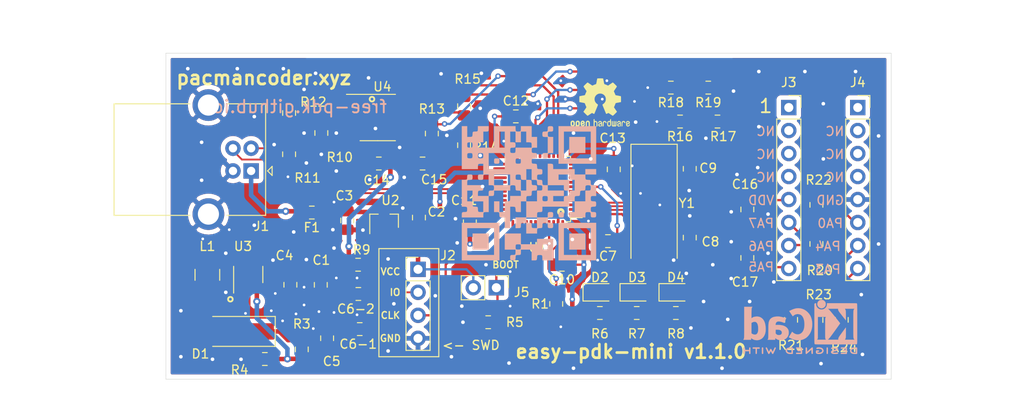
<source format=kicad_pcb>
(kicad_pcb (version 20171130) (host pcbnew "(5.1.6)-1")
  (title_block (title easy-pdk-mini) (date 2020-09-23) (rev 1.1.0) (company "Vladislav Nikonov aka pacmancoder") (comment 1 pacmancoder.xyz) (comment 2 "Original hardware: https://github.com/free-pdk/easy-pdk-programmer-hardware") (comment 3 "Based on easypdkprog-lite version of tim_ EEVBlog user") (comment 4 https://github.com/pacmancoder/easy-pdk-mini))
  (layers (0 F.Cu signal) (31 B.Cu signal) (34 B.Paste user) (35 F.Paste user) (36 B.SilkS user) (37 F.SilkS user) (38 B.Mask user) (39 F.Mask user) (44 Edge.Cuts user))
  (net 0 "")
  (net 1 GND)
  (net 2 +5V)
  (net 3 +3V3)
  (net 4 +15V)
  (net 5 /NRST)
  (net 6 /XTAL_IN)
  (net 7 /XTAL_OUT)
  (net 8 "Net-(C14-Pad1)")
  (net 9 /PROG_VDD)
  (net 10 /PROG_VPP_PA5)
  (net 11 "Net-(D1-Pad2)")
  (net 12 "Net-(D2-Pad2)")
  (net 13 /LED1)
  (net 14 "Net-(D3-Pad2)")
  (net 15 /LED2)
  (net 16 "Net-(D4-Pad2)")
  (net 17 /LED3)
  (net 18 /SWD_CLK)
  (net 19 /SWD_IO)
  (net 20 "Net-(J3-Pad7)")
  (net 21 "Net-(J3-Pad6)")
  (net 22 "Net-(J3-Pad4)")
  (net 23 "Net-(J3-Pad3)")
  (net 24 "Net-(J3-Pad2)")
  (net 25 "Net-(J3-Pad1)")
  (net 26 "Net-(J4-Pad8)")
  (net 27 "Net-(J4-Pad7)")
  (net 28 "Net-(J4-Pad6)")
  (net 29 "Net-(J4-Pad4)")
  (net 30 "Net-(J4-Pad3)")
  (net 31 "Net-(J4-Pad2)")
  (net 32 "Net-(J4-Pad1)")
  (net 33 /BOOT_SW)
  (net 34 "Net-(R3-Pad2)")
  (net 35 /DAC_VDD)
  (net 36 "Net-(R11-Pad1)")
  (net 37 /DAC_VPP)
  (net 38 "Net-(R14-Pad1)")
  (net 39 /FEEDBACK_VDD)
  (net 40 /FEEDBACK_VPP)
  (net 41 /PROG_PA7)
  (net 42 /PROG_ICPDA_PA6)
  (net 43 /PROG_PA0)
  (net 44 /PROG_PA4)
  (net 45 /PROG_IPCK_PA3)
  (net 46 "Net-(U1-Pad46)")
  (net 47 "Net-(U1-Pad31)")
  (net 48 "Net-(U1-Pad30)")
  (net 49 "Net-(U1-Pad29)")
  (net 50 "Net-(U1-Pad28)")
  (net 51 "Net-(U1-Pad27)")
  (net 52 "Net-(U1-Pad26)")
  (net 53 "Net-(U1-Pad25)")
  (net 54 "Net-(U1-Pad22)")
  (net 55 "Net-(U1-Pad21)")
  (net 56 "Net-(U1-Pad20)")
  (net 57 "Net-(U1-Pad17)")
  (net 58 "Net-(U1-Pad16)")
  (net 59 "Net-(U1-Pad13)")
  (net 60 "Net-(U1-Pad12)")
  (net 61 "Net-(U1-Pad11)")
  (net 62 "Net-(U1-Pad10)")
  (net 63 "Net-(U1-Pad1)")
  (net 64 "Net-(U3-Pad6)")
  (net 65 /USB_D+)
  (net 66 /USB_D-)
  (net 67 "Net-(R1-Pad1)")
  (net 68 "Net-(F1-Pad2)")
  (module Symbol:OSHW-Logo2_7.3x6mm_SilkScreen (layer F.Cu) (at 111.15177 41.361783)
    (fp_text reference "" hide)
    (fp_text value "" hide)
  )
  (module Connector_USB:USB_B_OST_USB-B1HSxx_Horizontal (layer F.Cu) (at 72.645 48.822 180)
    (fp_text reference J1 (at -1.143 -6.109) (layer F.SilkS))
    (fp_text value USB_B)
    (pad 5 thru_hole circle (at 4.71 7.27 180) (size 3.5 3.5) (drill 2.33) (layers *.Cu *.Mask) (net 1 GND))
    (pad 5 thru_hole circle (at 4.71 -4.77 180) (size 3.5 3.5) (drill 2.33) (layers *.Cu *.Mask) (net 1 GND))
    (pad 4 thru_hole circle (at 2 0 180) (size 1.7 1.7) (drill 0.92) (layers *.Cu *.Mask) (net 1 GND))
    (pad 3 thru_hole circle (at 2 2.5 180) (size 1.7 1.7) (drill 0.92) (layers *.Cu *.Mask) (net 65 /USB_D+))
    (pad 2 thru_hole circle (at 0 2.5 180) (size 1.7 1.7) (drill 0.92) (layers *.Cu *.Mask) (net 66 /USB_D-))
    (pad 1 thru_hole rect (at 0 0 180) (size 1.7 1.7) (drill 0.92) (layers *.Cu *.Mask) (net 68 "Net-(F1-Pad2)"))
  )
  (module Crystal:Crystal_SMD_HC49-SD (layer F.Cu) (at 117.094 52.578 270)
    (fp_text reference Y1 (at -0.1905 -3.6195 180) (layer F.SilkS))
    (fp_text value 8MHz)
    (pad 2 smd rect (at 4.25 0 270) (size 4.5 2) (layers F.Cu F.Paste F.Mask) (net 6 /XTAL_IN))
    (pad 1 smd rect (at -4.25 0 270) (size 4.5 2) (layers F.Cu F.Paste F.Mask) (net 7 /XTAL_OUT))
  )
  (module QR:free-pdk-qr (layer B.Cu) (at 103.252 51.248 90)
    (fp_text reference G*** hide)
    (fp_text value LOGO hide)
  )
  (module Diode_SMD:D_SMA_Handsoldering (layer F.Cu) (at 70.907 66.548 180)
    (fp_text reference D1 (at 3.85 -2.48) (layer F.SilkS))
    (fp_text value SS14)
    (pad 2 smd rect (at 2.5 0 180) (size 3.5 1.8) (layers F.Cu F.Paste F.Mask) (net 11 "Net-(D1-Pad2)"))
    (pad 1 smd rect (at -2.5 0 180) (size 3.5 1.8) (layers F.Cu F.Paste F.Mask) (net 4 +15V))
  )
  (module Fuse:Fuse_0805_2012Metric_Pad1.15x1.40mm_HandSolder (layer F.Cu) (at 79.342 53.422 180)
    (fp_text reference F1 (at 0 -1.65) (layer F.SilkS))
    (fp_text value "PTC 0.5A 6V")
    (pad 2 smd roundrect (at 1.025 0 180) (size 1.15 1.4) (layers F.Cu F.Paste F.Mask) (roundrect_rratio 0.217391) (net 68 "Net-(F1-Pad2)"))
    (pad 1 smd roundrect (at -1.025 0 180) (size 1.15 1.4) (layers F.Cu F.Paste F.Mask) (roundrect_rratio 0.217391) (net 2 +5V))
  )
  (module Symbol:KiCad-Logo2_5mm_SilkScreen (layer B.Cu) (at 133.223 66.04 180)
    (fp_text reference "" hide)
    (fp_text value "" hide)
  )
  (module Resistor_SMD:R_0805_2012Metric_Pad1.15x1.40mm_HandSolder (layer F.Cu) (at 106.299 63.509 270)
    (fp_text reference R1 (at 0 1.778 180) (layer F.SilkS))
    (fp_text value 20k)
    (pad 2 smd roundrect (at 1.025 0 270) (size 1.15 1.4) (layers F.Cu F.Paste F.Mask) (roundrect_rratio 0.217391) (net 1 GND))
    (pad 1 smd roundrect (at -1.025 0 270) (size 1.15 1.4) (layers F.Cu F.Paste F.Mask) (roundrect_rratio 0.217391) (net 67 "Net-(R1-Pad1)"))
  )
  (module Connector_PinSocket_2.54mm:PinSocket_1x08_P2.54mm_Vertical (layer F.Cu) (at 139.563 41.822)
    (fp_text reference J4 (at 0 -2.77) (layer F.SilkS))
    (fp_text value CONN_R)
    (pad 8 thru_hole oval (at 0 17.78) (size 1.7 1.7) (drill 1) (layers *.Cu *.Mask) (net 26 "Net-(J4-Pad8)"))
    (pad 7 thru_hole oval (at 0 15.24) (size 1.7 1.7) (drill 1) (layers *.Cu *.Mask) (net 27 "Net-(J4-Pad7)"))
    (pad 6 thru_hole oval (at 0 12.7) (size 1.7 1.7) (drill 1) (layers *.Cu *.Mask) (net 28 "Net-(J4-Pad6)"))
    (pad 5 thru_hole oval (at 0 10.16) (size 1.7 1.7) (drill 1) (layers *.Cu *.Mask) (net 1 GND))
    (pad 4 thru_hole oval (at 0 7.62) (size 1.7 1.7) (drill 1) (layers *.Cu *.Mask) (net 29 "Net-(J4-Pad4)"))
    (pad 3 thru_hole oval (at 0 5.08) (size 1.7 1.7) (drill 1) (layers *.Cu *.Mask) (net 30 "Net-(J4-Pad3)"))
    (pad 2 thru_hole oval (at 0 2.54) (size 1.7 1.7) (drill 1) (layers *.Cu *.Mask) (net 31 "Net-(J4-Pad2)"))
    (pad 1 thru_hole rect (at 0 0) (size 1.7 1.7) (drill 1) (layers *.Cu *.Mask) (net 32 "Net-(J4-Pad1)"))
  )
  (module Connector_PinSocket_2.54mm:PinSocket_1x08_P2.54mm_Vertical (layer F.Cu) (at 131.953 41.822)
    (fp_text reference J3 (at 0 -2.77) (layer F.SilkS))
    (fp_text value CONN_L)
    (pad 8 thru_hole oval (at 0 17.78) (size 1.7 1.7) (drill 1) (layers *.Cu *.Mask) (net 10 /PROG_VPP_PA5))
    (pad 7 thru_hole oval (at 0 15.24) (size 1.7 1.7) (drill 1) (layers *.Cu *.Mask) (net 20 "Net-(J3-Pad7)"))
    (pad 6 thru_hole oval (at 0 12.7) (size 1.7 1.7) (drill 1) (layers *.Cu *.Mask) (net 21 "Net-(J3-Pad6)"))
    (pad 5 thru_hole oval (at 0 10.16) (size 1.7 1.7) (drill 1) (layers *.Cu *.Mask) (net 9 /PROG_VDD))
    (pad 4 thru_hole oval (at 0 7.62) (size 1.7 1.7) (drill 1) (layers *.Cu *.Mask) (net 22 "Net-(J3-Pad4)"))
    (pad 3 thru_hole oval (at 0 5.08) (size 1.7 1.7) (drill 1) (layers *.Cu *.Mask) (net 23 "Net-(J3-Pad3)"))
    (pad 2 thru_hole oval (at 0 2.54) (size 1.7 1.7) (drill 1) (layers *.Cu *.Mask) (net 24 "Net-(J3-Pad2)"))
    (pad 1 thru_hole rect (at 0 0) (size 1.7 1.7) (drill 1) (layers *.Cu *.Mask) (net 25 "Net-(J3-Pad1)"))
  )
  (module Package_SO:SOIC-8_3.9x4.9mm_P1.27mm (layer F.Cu) (at 86.614 42.926)
    (fp_text reference U4 (at 0.509 -3.4) (layer F.SilkS))
    (fp_text value LM358DR2G)
    (pad 8 smd roundrect (at 2.475 -1.905) (size 1.95 0.6) (layers F.Cu F.Paste F.Mask) (net 8 "Net-(C14-Pad1)"))
    (pad 7 smd roundrect (at 2.475 -0.635) (size 1.95 0.6) (layers F.Cu F.Paste F.Mask) (net 10 /PROG_VPP_PA5))
    (pad 6 smd roundrect (at 2.475 0.635) (size 1.95 0.6) (layers F.Cu F.Paste F.Mask) (net 38 "Net-(R14-Pad1)"))
    (pad 5 smd roundrect (at 2.475 1.905) (size 1.95 0.6) (layers F.Cu F.Paste F.Mask) (net 37 /DAC_VPP))
    (pad 4 smd roundrect (at -2.475 1.905) (size 1.95 0.6) (layers F.Cu F.Paste F.Mask) (net 1 GND))
    (pad 3 smd roundrect (at -2.475 0.635) (size 1.95 0.6) (layers F.Cu F.Paste F.Mask) (net 35 /DAC_VDD))
    (pad 2 smd roundrect (at -2.475 -0.635) (size 1.95 0.6) (layers F.Cu F.Paste F.Mask) (net 36 "Net-(R11-Pad1)"))
    (pad 1 smd roundrect (at -2.475 -1.905) (size 1.95 0.6) (layers F.Cu F.Paste F.Mask) (net 9 /PROG_VDD))
  )
  (module Capacitor_SMD:C_0805_2012Metric_Pad1.15x1.40mm_HandSolder (layer F.Cu) (at 91.1575 53.975 90)
    (fp_text reference C2 (at 0.635 1.9335 180) (layer F.SilkS))
    (fp_text value 4.7uF)
    (pad 2 smd roundrect (at 1.025 0 90) (size 1.15 1.4) (layers F.Cu F.Paste F.Mask) (roundrect_rratio 0.217391) (net 1 GND))
    (pad 1 smd roundrect (at -1.025 0 90) (size 1.15 1.4) (layers F.Cu F.Paste F.Mask) (roundrect_rratio 0.217391) (net 3 +3V3))
  )
  (module Resistor_SMD:R_0805_2012Metric_Pad1.15x1.40mm_HandSolder (layer F.Cu) (at 78.233 68.529 270)
    (fp_text reference R3 (at -2.803 0 180) (layer F.SilkS))
    (fp_text value 240K)
    (pad 2 smd roundrect (at 1.025 0 270) (size 1.15 1.4) (layers F.Cu F.Paste F.Mask) (roundrect_rratio 0.217391) (net 34 "Net-(R3-Pad2)"))
    (pad 1 smd roundrect (at -1.025 0 270) (size 1.15 1.4) (layers F.Cu F.Paste F.Mask) (roundrect_rratio 0.217391) (net 4 +15V))
  )
  (module Package_TO_SOT_SMD:SOT-23-6_Handsoldering (layer F.Cu) (at 72.3265 60.2615 90)
    (fp_text reference U3 (at 3.1115 -0.5715 180) (layer F.SilkS))
    (fp_text value MT3608)
    (pad 5 smd rect (at 1.35 0 90) (size 1.56 0.65) (layers F.Cu F.Paste F.Mask) (net 2 +5V))
    (pad 6 smd rect (at 1.35 -0.95 90) (size 1.56 0.65) (layers F.Cu F.Paste F.Mask) (net 64 "Net-(U3-Pad6)"))
    (pad 4 smd rect (at 1.35 0.95 90) (size 1.56 0.65) (layers F.Cu F.Paste F.Mask) (net 2 +5V))
    (pad 3 smd rect (at -1.35 0.95 90) (size 1.56 0.65) (layers F.Cu F.Paste F.Mask) (net 34 "Net-(R3-Pad2)"))
    (pad 2 smd rect (at -1.35 0 90) (size 1.56 0.65) (layers F.Cu F.Paste F.Mask) (net 1 GND))
    (pad 1 smd rect (at -1.35 -0.95 90) (size 1.56 0.65) (layers F.Cu F.Paste F.Mask) (net 11 "Net-(D1-Pad2)"))
  )
  (module Package_TO_SOT_SMD:SOT-23 (layer F.Cu) (at 87.3125 54.356 90)
    (fp_text reference U2 (at 2.286 0.6985 180) (layer F.SilkS))
    (fp_text value XC6206P332MR)
    (pad 3 smd rect (at 1 0 90) (size 0.9 0.8) (layers F.Cu F.Paste F.Mask) (net 2 +5V))
    (pad 2 smd rect (at -1 0.95 90) (size 0.9 0.8) (layers F.Cu F.Paste F.Mask) (net 3 +3V3))
    (pad 1 smd rect (at -1 -0.95 90) (size 0.9 0.8) (layers F.Cu F.Paste F.Mask) (net 1 GND))
  )
  (module Package_QFP:LQFP-48_7x7mm_P0.5mm (layer F.Cu) (at 104.267 50.822 180)
    (fp_text reference U1 (at 0 -6.455) (layer F.SilkS))
    (fp_text value STM32F072C8Tx)
    (pad 48 smd roundrect (at -2.75 -4.1625 180) (size 0.3 1.475) (layers F.Cu F.Paste F.Mask) (net 3 +3V3))
    (pad 47 smd roundrect (at -2.25 -4.1625 180) (size 0.3 1.475) (layers F.Cu F.Paste F.Mask) (net 1 GND))
    (pad 46 smd roundrect (at -1.75 -4.1625 180) (size 0.3 1.475) (layers F.Cu F.Paste F.Mask) (net 46 "Net-(U1-Pad46)"))
    (pad 45 smd roundrect (at -1.25 -4.1625 180) (size 0.3 1.475) (layers F.Cu F.Paste F.Mask) (net 67 "Net-(R1-Pad1)"))
    (pad 44 smd roundrect (at -0.75 -4.1625 180) (size 0.3 1.475) (layers F.Cu F.Paste F.Mask) (net 33 /BOOT_SW))
    (pad 43 smd roundrect (at -0.25 -4.1625 180) (size 0.3 1.475) (layers F.Cu F.Paste F.Mask) (net 41 /PROG_PA7))
    (pad 42 smd roundrect (at 0.25 -4.1625 180) (size 0.3 1.475) (layers F.Cu F.Paste F.Mask) (net 43 /PROG_PA0))
    (pad 41 smd roundrect (at 0.75 -4.1625 180) (size 0.3 1.475) (layers F.Cu F.Paste F.Mask) (net 42 /PROG_ICPDA_PA6))
    (pad 40 smd roundrect (at 1.25 -4.1625 180) (size 0.3 1.475) (layers F.Cu F.Paste F.Mask) (net 44 /PROG_PA4))
    (pad 39 smd roundrect (at 1.75 -4.1625 180) (size 0.3 1.475) (layers F.Cu F.Paste F.Mask) (net 45 /PROG_IPCK_PA3))
    (pad 38 smd roundrect (at 2.25 -4.1625 180) (size 0.3 1.475) (layers F.Cu F.Paste F.Mask) (net 33 /BOOT_SW))
    (pad 37 smd roundrect (at 2.75 -4.1625 180) (size 0.3 1.475) (layers F.Cu F.Paste F.Mask) (net 18 /SWD_CLK))
    (pad 36 smd roundrect (at 4.1625 -2.75 180) (size 1.475 0.3) (layers F.Cu F.Paste F.Mask) (net 3 +3V3))
    (pad 35 smd roundrect (at 4.1625 -2.25 180) (size 1.475 0.3) (layers F.Cu F.Paste F.Mask) (net 1 GND))
    (pad 34 smd roundrect (at 4.1625 -1.75 180) (size 1.475 0.3) (layers F.Cu F.Paste F.Mask) (net 19 /SWD_IO))
    (pad 33 smd roundrect (at 4.1625 -1.25 180) (size 1.475 0.3) (layers F.Cu F.Paste F.Mask) (net 65 /USB_D+))
    (pad 32 smd roundrect (at 4.1625 -0.75 180) (size 1.475 0.3) (layers F.Cu F.Paste F.Mask) (net 66 /USB_D-))
    (pad 31 smd roundrect (at 4.1625 -0.25 180) (size 1.475 0.3) (layers F.Cu F.Paste F.Mask) (net 47 "Net-(U1-Pad31)"))
    (pad 30 smd roundrect (at 4.1625 0.25 180) (size 1.475 0.3) (layers F.Cu F.Paste F.Mask) (net 48 "Net-(U1-Pad30)"))
    (pad 29 smd roundrect (at 4.1625 0.75 180) (size 1.475 0.3) (layers F.Cu F.Paste F.Mask) (net 49 "Net-(U1-Pad29)"))
    (pad 28 smd roundrect (at 4.1625 1.25 180) (size 1.475 0.3) (layers F.Cu F.Paste F.Mask) (net 50 "Net-(U1-Pad28)"))
    (pad 27 smd roundrect (at 4.1625 1.75 180) (size 1.475 0.3) (layers F.Cu F.Paste F.Mask) (net 51 "Net-(U1-Pad27)"))
    (pad 26 smd roundrect (at 4.1625 2.25 180) (size 1.475 0.3) (layers F.Cu F.Paste F.Mask) (net 52 "Net-(U1-Pad26)"))
    (pad 25 smd roundrect (at 4.1625 2.75 180) (size 1.475 0.3) (layers F.Cu F.Paste F.Mask) (net 53 "Net-(U1-Pad25)"))
    (pad 24 smd roundrect (at 2.75 4.1625 180) (size 0.3 1.475) (layers F.Cu F.Paste F.Mask) (net 3 +3V3))
    (pad 23 smd roundrect (at 2.25 4.1625 180) (size 0.3 1.475) (layers F.Cu F.Paste F.Mask) (net 1 GND))
    (pad 22 smd roundrect (at 1.75 4.1625 180) (size 0.3 1.475) (layers F.Cu F.Paste F.Mask) (net 54 "Net-(U1-Pad22)"))
    (pad 21 smd roundrect (at 1.25 4.1625 180) (size 0.3 1.475) (layers F.Cu F.Paste F.Mask) (net 55 "Net-(U1-Pad21)"))
    (pad 20 smd roundrect (at 0.75 4.1625 180) (size 0.3 1.475) (layers F.Cu F.Paste F.Mask) (net 56 "Net-(U1-Pad20)"))
    (pad 19 smd roundrect (at 0.25 4.1625 180) (size 0.3 1.475) (layers F.Cu F.Paste F.Mask) (net 39 /FEEDBACK_VDD))
    (pad 18 smd roundrect (at -0.25 4.1625 180) (size 0.3 1.475) (layers F.Cu F.Paste F.Mask) (net 40 /FEEDBACK_VPP))
    (pad 17 smd roundrect (at -0.75 4.1625 180) (size 0.3 1.475) (layers F.Cu F.Paste F.Mask) (net 57 "Net-(U1-Pad17)"))
    (pad 16 smd roundrect (at -1.25 4.1625 180) (size 0.3 1.475) (layers F.Cu F.Paste F.Mask) (net 58 "Net-(U1-Pad16)"))
    (pad 15 smd roundrect (at -1.75 4.1625 180) (size 0.3 1.475) (layers F.Cu F.Paste F.Mask) (net 35 /DAC_VDD))
    (pad 14 smd roundrect (at -2.25 4.1625 180) (size 0.3 1.475) (layers F.Cu F.Paste F.Mask) (net 37 /DAC_VPP))
    (pad 13 smd roundrect (at -2.75 4.1625 180) (size 0.3 1.475) (layers F.Cu F.Paste F.Mask) (net 59 "Net-(U1-Pad13)"))
    (pad 12 smd roundrect (at -4.1625 2.75 180) (size 1.475 0.3) (layers F.Cu F.Paste F.Mask) (net 60 "Net-(U1-Pad12)"))
    (pad 11 smd roundrect (at -4.1625 2.25 180) (size 1.475 0.3) (layers F.Cu F.Paste F.Mask) (net 61 "Net-(U1-Pad11)"))
    (pad 10 smd roundrect (at -4.1625 1.75 180) (size 1.475 0.3) (layers F.Cu F.Paste F.Mask) (net 62 "Net-(U1-Pad10)"))
    (pad 9 smd roundrect (at -4.1625 1.25 180) (size 1.475 0.3) (layers F.Cu F.Paste F.Mask) (net 3 +3V3))
    (pad 8 smd roundrect (at -4.1625 0.75 180) (size 1.475 0.3) (layers F.Cu F.Paste F.Mask) (net 1 GND))
    (pad 7 smd roundrect (at -4.1625 0.25 180) (size 1.475 0.3) (layers F.Cu F.Paste F.Mask) (net 5 /NRST))
    (pad 6 smd roundrect (at -4.1625 -0.25 180) (size 1.475 0.3) (layers F.Cu F.Paste F.Mask) (net 7 /XTAL_OUT))
    (pad 5 smd roundrect (at -4.1625 -0.75 180) (size 1.475 0.3) (layers F.Cu F.Paste F.Mask) (net 6 /XTAL_IN))
    (pad 4 smd roundrect (at -4.1625 -1.25 180) (size 1.475 0.3) (layers F.Cu F.Paste F.Mask) (net 17 /LED3))
    (pad 3 smd roundrect (at -4.1625 -1.75 180) (size 1.475 0.3) (layers F.Cu F.Paste F.Mask) (net 15 /LED2))
    (pad 2 smd roundrect (at -4.1625 -2.25 180) (size 1.475 0.3) (layers F.Cu F.Paste F.Mask) (net 13 /LED1))
    (pad 1 smd roundrect (at -4.1625 -2.75 180) (size 1.475 0.3) (layers F.Cu F.Paste F.Mask) (net 63 "Net-(U1-Pad1)"))
  )
  (module Resistor_SMD:R_0805_2012Metric_Pad1.15x1.40mm_HandSolder (layer F.Cu) (at 137.795 65.269 90)
    (fp_text reference R24 (at -3.039 0.254 180) (layer F.SilkS))
    (fp_text value 100)
    (pad 2 smd roundrect (at 1.025 0 90) (size 1.15 1.4) (layers F.Cu F.Paste F.Mask) (roundrect_rratio 0.217391) (net 26 "Net-(J4-Pad8)"))
    (pad 1 smd roundrect (at -1.025 0 90) (size 1.15 1.4) (layers F.Cu F.Paste F.Mask) (roundrect_rratio 0.217391) (net 45 /PROG_IPCK_PA3))
  )
  (module Resistor_SMD:R_0805_2012Metric_Pad1.15x1.40mm_HandSolder (layer F.Cu) (at 135.001 65.287 90)
    (fp_text reference R23 (at 2.803 0.254 180) (layer F.SilkS))
    (fp_text value 100)
    (pad 2 smd roundrect (at 1.025 0 90) (size 1.15 1.4) (layers F.Cu F.Paste F.Mask) (roundrect_rratio 0.217391) (net 27 "Net-(J4-Pad7)"))
    (pad 1 smd roundrect (at -1.025 0 90) (size 1.15 1.4) (layers F.Cu F.Paste F.Mask) (roundrect_rratio 0.217391) (net 44 /PROG_PA4))
  )
  (module Resistor_SMD:R_0805_2012Metric_Pad1.15x1.40mm_HandSolder (layer F.Cu) (at 135.001 52.569 90)
    (fp_text reference R22 (at 2.747 0.246 180) (layer F.SilkS))
    (fp_text value 100)
    (pad 2 smd roundrect (at 1.025 0 90) (size 1.15 1.4) (layers F.Cu F.Paste F.Mask) (roundrect_rratio 0.217391) (net 28 "Net-(J4-Pad6)"))
    (pad 1 smd roundrect (at -1.025 0 90) (size 1.15 1.4) (layers F.Cu F.Paste F.Mask) (roundrect_rratio 0.217391) (net 43 /PROG_PA0))
  )
  (module Resistor_SMD:R_0805_2012Metric_Pad1.15x1.40mm_HandSolder (layer F.Cu) (at 132.207 65.269 90)
    (fp_text reference R21 (at -2.803 0 180) (layer F.SilkS))
    (fp_text value 100)
    (pad 2 smd roundrect (at 1.025 0 90) (size 1.15 1.4) (layers F.Cu F.Paste F.Mask) (roundrect_rratio 0.217391) (net 20 "Net-(J3-Pad7)"))
    (pad 1 smd roundrect (at -1.025 0 90) (size 1.15 1.4) (layers F.Cu F.Paste F.Mask) (roundrect_rratio 0.217391) (net 42 /PROG_ICPDA_PA6))
  )
  (module Resistor_SMD:R_0805_2012Metric_Pad1.15x1.40mm_HandSolder (layer F.Cu) (at 135.001 56.887 90)
    (fp_text reference R20 (at -2.93 0.381 180) (layer F.SilkS))
    (fp_text value 100)
    (pad 2 smd roundrect (at 1.025 0 90) (size 1.15 1.4) (layers F.Cu F.Paste F.Mask) (roundrect_rratio 0.217391) (net 21 "Net-(J3-Pad6)"))
    (pad 1 smd roundrect (at -1.025 0 90) (size 1.15 1.4) (layers F.Cu F.Paste F.Mask) (roundrect_rratio 0.217391) (net 41 /PROG_PA7))
  )
  (module Resistor_SMD:R_0805_2012Metric_Pad1.15x1.40mm_HandSolder (layer F.Cu) (at 123.072 39.624 180)
    (fp_text reference R19 (at 0 -1.65) (layer F.SilkS))
    (fp_text value 100K)
    (pad 2 smd roundrect (at 1.025 0 180) (size 1.15 1.4) (layers F.Cu F.Paste F.Mask) (roundrect_rratio 0.217391) (net 40 /FEEDBACK_VPP))
    (pad 1 smd roundrect (at -1.025 0 180) (size 1.15 1.4) (layers F.Cu F.Paste F.Mask) (roundrect_rratio 0.217391) (net 10 /PROG_VPP_PA5))
  )
  (module Resistor_SMD:R_0805_2012Metric_Pad1.15x1.40mm_HandSolder (layer F.Cu) (at 118.9445 39.624 180)
    (fp_text reference R18 (at 0 -1.65) (layer F.SilkS))
    (fp_text value 20K)
    (pad 2 smd roundrect (at 1.025 0 180) (size 1.15 1.4) (layers F.Cu F.Paste F.Mask) (roundrect_rratio 0.217391) (net 1 GND))
    (pad 1 smd roundrect (at -1.025 0 180) (size 1.15 1.4) (layers F.Cu F.Paste F.Mask) (roundrect_rratio 0.217391) (net 40 /FEEDBACK_VPP))
  )
  (module Resistor_SMD:R_0805_2012Metric_Pad1.15x1.40mm_HandSolder (layer F.Cu) (at 124.088 43.3705 180)
    (fp_text reference R17 (at -0.627 -1.65) (layer F.SilkS))
    (fp_text value 100K)
    (pad 2 smd roundrect (at 1.025 0 180) (size 1.15 1.4) (layers F.Cu F.Paste F.Mask) (roundrect_rratio 0.217391) (net 39 /FEEDBACK_VDD))
    (pad 1 smd roundrect (at -1.025 0 180) (size 1.15 1.4) (layers F.Cu F.Paste F.Mask) (roundrect_rratio 0.217391) (net 9 /PROG_VDD))
  )
  (module Resistor_SMD:R_0805_2012Metric_Pad1.15x1.40mm_HandSolder (layer F.Cu) (at 119.9605 43.3705 180)
    (fp_text reference R16 (at 0 -1.65) (layer F.SilkS))
    (fp_text value 20K)
    (pad 2 smd roundrect (at 1.025 0 180) (size 1.15 1.4) (layers F.Cu F.Paste F.Mask) (roundrect_rratio 0.217391) (net 1 GND))
    (pad 1 smd roundrect (at -1.025 0 180) (size 1.15 1.4) (layers F.Cu F.Paste F.Mask) (roundrect_rratio 0.217391) (net 39 /FEEDBACK_VDD))
  )
  (module Resistor_SMD:R_0805_2012Metric_Pad1.15x1.40mm_HandSolder (layer F.Cu) (at 96.139 41.665 270)
    (fp_text reference R15 (at -2.99 -0.382 180) (layer F.SilkS))
    (fp_text value 20K)
    (pad 2 smd roundrect (at 1.025 0 270) (size 1.15 1.4) (layers F.Cu F.Paste F.Mask) (roundrect_rratio 0.217391) (net 38 "Net-(R14-Pad1)"))
    (pad 1 smd roundrect (at -1.025 0 270) (size 1.15 1.4) (layers F.Cu F.Paste F.Mask) (roundrect_rratio 0.217391) (net 10 /PROG_VPP_PA5))
  )
  (module Resistor_SMD:R_0805_2012Metric_Pad1.15x1.40mm_HandSolder (layer F.Cu) (at 96.139 45.983 270)
    (fp_text reference R14 (at 0.185 -2.414 180) (layer F.SilkS))
    (fp_text value 6.2K)
    (pad 2 smd roundrect (at 1.025 0 270) (size 1.15 1.4) (layers F.Cu F.Paste F.Mask) (roundrect_rratio 0.217391) (net 1 GND))
    (pad 1 smd roundrect (at -1.025 0 270) (size 1.15 1.4) (layers F.Cu F.Paste F.Mask) (roundrect_rratio 0.217391) (net 38 "Net-(R14-Pad1)"))
  )
  (module Resistor_SMD:R_0805_2012Metric_Pad1.15x1.40mm_HandSolder (layer F.Cu) (at 92.583 44.695 270)
    (fp_text reference R13 (at -2.718 -0.001 180) (layer F.SilkS))
    (fp_text value 240K)
    (pad 2 smd roundrect (at 1.025 0 270) (size 1.15 1.4) (layers F.Cu F.Paste F.Mask) (roundrect_rratio 0.217391) (net 1 GND))
    (pad 1 smd roundrect (at -1.025 0 270) (size 1.15 1.4) (layers F.Cu F.Paste F.Mask) (roundrect_rratio 0.217391) (net 37 /DAC_VPP))
  )
  (module Resistor_SMD:R_0805_2012Metric_Pad1.15x1.40mm_HandSolder (layer F.Cu) (at 76.835 42.427 270)
    (fp_text reference R12 (at -1.212 -2.668 180) (layer F.SilkS))
    (fp_text value 20K)
    (pad 2 smd roundrect (at 1.025 0 270) (size 1.15 1.4) (layers F.Cu F.Paste F.Mask) (roundrect_rratio 0.217391) (net 36 "Net-(R11-Pad1)"))
    (pad 1 smd roundrect (at -1.025 0 270) (size 1.15 1.4) (layers F.Cu F.Paste F.Mask) (roundrect_rratio 0.217391) (net 9 /PROG_VDD))
  )
  (module Resistor_SMD:R_0805_2012Metric_Pad1.15x1.40mm_HandSolder (layer F.Cu) (at 76.835 46.981 270)
    (fp_text reference R11 (at 2.616 -2.033 180) (layer F.SilkS))
    (fp_text value 20K)
    (pad 2 smd roundrect (at 1.025 0 270) (size 1.15 1.4) (layers F.Cu F.Paste F.Mask) (roundrect_rratio 0.217391) (net 1 GND))
    (pad 1 smd roundrect (at -1.025 0 270) (size 1.15 1.4) (layers F.Cu F.Paste F.Mask) (roundrect_rratio 0.217391) (net 36 "Net-(R11-Pad1)"))
  )
  (module Resistor_SMD:R_0805_2012Metric_Pad1.15x1.40mm_HandSolder (layer F.Cu) (at 80.391 44.635 270)
    (fp_text reference R10 (at 2.676 -2.033 180) (layer F.SilkS))
    (fp_text value 240K)
    (pad 2 smd roundrect (at 1.025 0 270) (size 1.15 1.4) (layers F.Cu F.Paste F.Mask) (roundrect_rratio 0.217391) (net 1 GND))
    (pad 1 smd roundrect (at -1.025 0 270) (size 1.15 1.4) (layers F.Cu F.Paste F.Mask) (roundrect_rratio 0.217391) (net 35 /DAC_VDD))
  )
  (module Resistor_SMD:R_0805_2012Metric_Pad1.15x1.40mm_HandSolder (layer F.Cu) (at 84.446 59.182)
    (fp_text reference R9 (at 0.391 -1.65) (layer F.SilkS))
    (fp_text value 20)
    (pad 2 smd roundrect (at 1.025 0) (size 1.15 1.4) (layers F.Cu F.Paste F.Mask) (roundrect_rratio 0.217391) (net 4 +15V))
    (pad 1 smd roundrect (at -1.025 0) (size 1.15 1.4) (layers F.Cu F.Paste F.Mask) (roundrect_rratio 0.217391) (net 8 "Net-(C14-Pad1)"))
  )
  (module Resistor_SMD:R_0805_2012Metric_Pad1.15x1.40mm_HandSolder (layer F.Cu) (at 119.498 64.516)
    (fp_text reference R8 (at 0.009 2.286) (layer F.SilkS))
    (fp_text value 1K)
    (pad 2 smd roundrect (at 1.025 0) (size 1.15 1.4) (layers F.Cu F.Paste F.Mask) (roundrect_rratio 0.217391) (net 16 "Net-(D4-Pad2)"))
    (pad 1 smd roundrect (at -1.025 0) (size 1.15 1.4) (layers F.Cu F.Paste F.Mask) (roundrect_rratio 0.217391) (net 3 +3V3))
  )
  (module Resistor_SMD:R_0805_2012Metric_Pad1.15x1.40mm_HandSolder (layer F.Cu) (at 115.18 64.516)
    (fp_text reference R7 (at 0 2.286) (layer F.SilkS))
    (fp_text value 1K)
    (pad 2 smd roundrect (at 1.025 0) (size 1.15 1.4) (layers F.Cu F.Paste F.Mask) (roundrect_rratio 0.217391) (net 14 "Net-(D3-Pad2)"))
    (pad 1 smd roundrect (at -1.025 0) (size 1.15 1.4) (layers F.Cu F.Paste F.Mask) (roundrect_rratio 0.217391) (net 3 +3V3))
  )
  (module Resistor_SMD:R_0805_2012Metric_Pad1.15x1.40mm_HandSolder (layer F.Cu) (at 111.116 64.516)
    (fp_text reference R6 (at 0 2.286) (layer F.SilkS))
    (fp_text value 1K)
    (pad 2 smd roundrect (at 1.025 0) (size 1.15 1.4) (layers F.Cu F.Paste F.Mask) (roundrect_rratio 0.217391) (net 12 "Net-(D2-Pad2)"))
    (pad 1 smd roundrect (at -1.025 0) (size 1.15 1.4) (layers F.Cu F.Paste F.Mask) (roundrect_rratio 0.217391) (net 3 +3V3))
  )
  (module Resistor_SMD:R_0805_2012Metric_Pad1.15x1.40mm_HandSolder (layer F.Cu) (at 98.797 65.532 180)
    (fp_text reference R5 (at -2.93 0) (layer F.SilkS))
    (fp_text value 20k)
    (pad 2 smd roundrect (at 1.025 0 180) (size 1.15 1.4) (layers F.Cu F.Paste F.Mask) (roundrect_rratio 0.217391) (net 1 GND))
    (pad 1 smd roundrect (at -1.025 0 180) (size 1.15 1.4) (layers F.Cu F.Paste F.Mask) (roundrect_rratio 0.217391) (net 33 /BOOT_SW))
  )
  (module Resistor_SMD:R_0805_2012Metric_Pad1.15x1.40mm_HandSolder (layer F.Cu) (at 74.16 69.596 180)
    (fp_text reference R4 (at 2.785 -1.21) (layer F.SilkS))
    (fp_text value 10K)
    (pad 2 smd roundrect (at 1.025 0 180) (size 1.15 1.4) (layers F.Cu F.Paste F.Mask) (roundrect_rratio 0.217391) (net 1 GND))
    (pad 1 smd roundrect (at -1.025 0 180) (size 1.15 1.4) (layers F.Cu F.Paste F.Mask) (roundrect_rratio 0.217391) (net 34 "Net-(R3-Pad2)"))
  )
  (module Inductor_SMD:L_1210_3225Metric_Pad1.42x2.65mm_HandSolder (layer F.Cu) (at 67.819 60.298 270)
    (fp_text reference L1 (at -3.148 0 180) (layer F.SilkS))
    (fp_text value 6.8uH)
    (pad 2 smd roundrect (at 1.4875 0 270) (size 1.425 2.65) (layers F.Cu F.Paste F.Mask) (roundrect_rratio 0.175439) (net 11 "Net-(D1-Pad2)"))
    (pad 1 smd roundrect (at -1.4875 0 270) (size 1.425 2.65) (layers F.Cu F.Paste F.Mask) (roundrect_rratio 0.175439) (net 2 +5V))
  )
  (module Connector_PinHeader_2.54mm:PinHeader_1x02_P2.54mm_Vertical (layer F.Cu) (at 99.695 61.722 270)
    (fp_text reference J5 (at 0.508 -2.794 180) (layer F.SilkS))
    (fp_text value Conn_01x02)
    (pad 2 thru_hole oval (at 0 2.54 270) (size 1.7 1.7) (drill 1) (layers *.Cu *.Mask) (net 3 +3V3))
    (pad 1 thru_hole rect (at 0 0 270) (size 1.7 1.7) (drill 1) (layers *.Cu *.Mask) (net 33 /BOOT_SW))
  )
  (module Connector_PinHeader_2.54mm:PinHeader_1x04_P2.54mm_Vertical (layer F.Cu) (at 91.059 59.69)
    (fp_text reference J2 (at 3.302 -1.524) (layer F.SilkS))
    (fp_text value SWD)
    (pad 4 thru_hole oval (at 0 7.62) (size 1.7 1.7) (drill 1) (layers *.Cu *.Mask) (net 1 GND))
    (pad 3 thru_hole oval (at 0 5.08) (size 1.7 1.7) (drill 1) (layers *.Cu *.Mask) (net 18 /SWD_CLK))
    (pad 2 thru_hole oval (at 0 2.54) (size 1.7 1.7) (drill 1) (layers *.Cu *.Mask) (net 19 /SWD_IO))
    (pad 1 thru_hole rect (at 0 0) (size 1.7 1.7) (drill 1) (layers *.Cu *.Mask) (net 3 +3V3))
  )
  (module LED_SMD:LED_0805_2012Metric_Pad1.15x1.40mm_HandSolder (layer F.Cu) (at 119.498 62.23)
    (fp_text reference D4 (at 0 -1.65) (layer F.SilkS))
    (fp_text value LED)
    (pad 2 smd roundrect (at 1.025 0) (size 1.15 1.4) (layers F.Cu F.Paste F.Mask) (roundrect_rratio 0.217391) (net 16 "Net-(D4-Pad2)"))
    (pad 1 smd roundrect (at -1.025 0) (size 1.15 1.4) (layers F.Cu F.Paste F.Mask) (roundrect_rratio 0.217391) (net 17 /LED3))
  )
  (module LED_SMD:LED_0805_2012Metric_Pad1.15x1.40mm_HandSolder (layer F.Cu) (at 115.198 62.23)
    (fp_text reference D3 (at 0 -1.65) (layer F.SilkS))
    (fp_text value LED)
    (pad 2 smd roundrect (at 1.025 0) (size 1.15 1.4) (layers F.Cu F.Paste F.Mask) (roundrect_rratio 0.217391) (net 14 "Net-(D3-Pad2)"))
    (pad 1 smd roundrect (at -1.025 0) (size 1.15 1.4) (layers F.Cu F.Paste F.Mask) (roundrect_rratio 0.217391) (net 15 /LED2))
  )
  (module LED_SMD:LED_0805_2012Metric_Pad1.15x1.40mm_HandSolder (layer F.Cu) (at 111.116 62.23)
    (fp_text reference D2 (at 0 -1.65) (layer F.SilkS))
    (fp_text value LED)
    (pad 2 smd roundrect (at 1.025 0) (size 1.15 1.4) (layers F.Cu F.Paste F.Mask) (roundrect_rratio 0.217391) (net 12 "Net-(D2-Pad2)"))
    (pad 1 smd roundrect (at -1.025 0) (size 1.15 1.4) (layers F.Cu F.Paste F.Mask) (roundrect_rratio 0.217391) (net 13 /LED1))
  )
  (module Capacitor_SMD:C_0805_2012Metric_Pad1.15x1.40mm_HandSolder (layer F.Cu) (at 84.47394 62.41542 180)
    (fp_text reference C6-2 (at 0.27294 -1.65) (layer F.SilkS))
    (fp_text value 22uF)
    (pad 2 smd roundrect (at 1.025 0 180) (size 1.15 1.4) (layers F.Cu F.Paste F.Mask) (roundrect_rratio 0.217391) (net 1 GND))
    (pad 1 smd roundrect (at -1.025 0 180) (size 1.15 1.4) (layers F.Cu F.Paste F.Mask) (roundrect_rratio 0.217391) (net 4 +15V))
  )
  (module Capacitor_SMD:C_0805_2012Metric_Pad1.15x1.40mm_HandSolder (layer F.Cu) (at 84.62634 66.294 180)
    (fp_text reference C6-1 (at 0.17134 -1.65) (layer F.SilkS))
    (fp_text value 22uF)
    (pad 2 smd roundrect (at 1.025 0 180) (size 1.15 1.4) (layers F.Cu F.Paste F.Mask) (roundrect_rratio 0.217391) (net 1 GND))
    (pad 1 smd roundrect (at -1.025 0 180) (size 1.15 1.4) (layers F.Cu F.Paste F.Mask) (roundrect_rratio 0.217391) (net 4 +15V))
  )
  (module Capacitor_SMD:C_0805_2012Metric_Pad1.15x1.40mm_HandSolder (layer F.Cu) (at 127.381 58.429 90)
    (fp_text reference C17 (at -2.658 -0.254 180) (layer F.SilkS))
    (fp_text value 100nF)
    (pad 2 smd roundrect (at 1.025 0 90) (size 1.15 1.4) (layers F.Cu F.Paste F.Mask) (roundrect_rratio 0.217391) (net 1 GND))
    (pad 1 smd roundrect (at -1.025 0 90) (size 1.15 1.4) (layers F.Cu F.Paste F.Mask) (roundrect_rratio 0.217391) (net 10 /PROG_VPP_PA5))
  )
  (module Capacitor_SMD:C_0805_2012Metric_Pad1.15x1.40mm_HandSolder (layer F.Cu) (at 127.381 53.077 270)
    (fp_text reference C16 (at -2.785 0.254 180) (layer F.SilkS))
    (fp_text value 100nF)
    (pad 2 smd roundrect (at 1.025 0 270) (size 1.15 1.4) (layers F.Cu F.Paste F.Mask) (roundrect_rratio 0.217391) (net 1 GND))
    (pad 1 smd roundrect (at -1.025 0 270) (size 1.15 1.4) (layers F.Cu F.Paste F.Mask) (roundrect_rratio 0.217391) (net 9 /PROG_VDD))
  )
  (module Capacitor_SMD:C_0805_2012Metric_Pad1.15x1.40mm_HandSolder (layer F.Cu) (at 91.558 48.006)
    (fp_text reference C15 (at 1.279 1.778) (layer F.SilkS))
    (fp_text value 4.7uF)
    (pad 2 smd roundrect (at 1.025 0) (size 1.15 1.4) (layers F.Cu F.Paste F.Mask) (roundrect_rratio 0.217391) (net 1 GND))
    (pad 1 smd roundrect (at -1.025 0) (size 1.15 1.4) (layers F.Cu F.Paste F.Mask) (roundrect_rratio 0.217391) (net 8 "Net-(C14-Pad1)"))
  )
  (module Capacitor_SMD:C_0805_2012Metric_Pad1.15x1.40mm_HandSolder (layer F.Cu) (at 86.732 48.006 180)
    (fp_text reference C14 (at 0.244 -1.845) (layer F.SilkS))
    (fp_text value 100nF)
    (pad 2 smd roundrect (at 1.025 0 180) (size 1.15 1.4) (layers F.Cu F.Paste F.Mask) (roundrect_rratio 0.217391) (net 1 GND))
    (pad 1 smd roundrect (at -1.025 0 180) (size 1.15 1.4) (layers F.Cu F.Paste F.Mask) (roundrect_rratio 0.217391) (net 8 "Net-(C14-Pad1)"))
  )
  (module Capacitor_SMD:C_0805_2012Metric_Pad1.15x1.40mm_HandSolder (layer F.Cu) (at 112.649 48.65 270)
    (fp_text reference C13 (at -3.438 0.127 180) (layer F.SilkS))
    (fp_text value 100nF)
    (pad 2 smd roundrect (at 1.025 0 270) (size 1.15 1.4) (layers F.Cu F.Paste F.Mask) (roundrect_rratio 0.217391) (net 1 GND))
    (pad 1 smd roundrect (at -1.025 0 270) (size 1.15 1.4) (layers F.Cu F.Paste F.Mask) (roundrect_rratio 0.217391) (net 3 +3V3))
  )
  (module Capacitor_SMD:C_0805_2012Metric_Pad1.15x1.40mm_HandSolder (layer F.Cu) (at 101.845 42.799)
    (fp_text reference C12 (at 0.01 -1.711) (layer F.SilkS))
    (fp_text value 100nF)
    (pad 2 smd roundrect (at 1.025 0) (size 1.15 1.4) (layers F.Cu F.Paste F.Mask) (roundrect_rratio 0.217391) (net 1 GND))
    (pad 1 smd roundrect (at -1.025 0) (size 1.15 1.4) (layers F.Cu F.Paste F.Mask) (roundrect_rratio 0.217391) (net 3 +3V3))
  )
  (module Capacitor_SMD:C_0805_2012Metric_Pad1.15x1.40mm_HandSolder (layer F.Cu) (at 96.774 54.492 90)
    (fp_text reference C11 (at 2.422 -0.635 180) (layer F.SilkS))
    (fp_text value 100nF)
    (pad 2 smd roundrect (at 1.025 0 90) (size 1.15 1.4) (layers F.Cu F.Paste F.Mask) (roundrect_rratio 0.217391) (net 1 GND))
    (pad 1 smd roundrect (at -1.025 0 90) (size 1.15 1.4) (layers F.Cu F.Paste F.Mask) (roundrect_rratio 0.217391) (net 3 +3V3))
  )
  (module Capacitor_SMD:C_0805_2012Metric_Pad1.15x1.40mm_HandSolder (layer F.Cu) (at 106.925 59.182 180)
    (fp_text reference C10 (at 0 -1.65) (layer F.SilkS))
    (fp_text value 100nF)
    (pad 2 smd roundrect (at 1.025 0 180) (size 1.15 1.4) (layers F.Cu F.Paste F.Mask) (roundrect_rratio 0.217391) (net 1 GND))
    (pad 1 smd roundrect (at -1.025 0 180) (size 1.15 1.4) (layers F.Cu F.Paste F.Mask) (roundrect_rratio 0.217391) (net 3 +3V3))
  )
  (module Capacitor_SMD:C_0805_2012Metric_Pad1.15x1.40mm_HandSolder (layer F.Cu) (at 121.031 48.5865 90)
    (fp_text reference C9 (at 0.0725 2.032) (layer F.SilkS))
    (fp_text value 20pF)
    (pad 2 smd roundrect (at 1.025 0 90) (size 1.15 1.4) (layers F.Cu F.Paste F.Mask) (roundrect_rratio 0.217391) (net 7 /XTAL_OUT))
    (pad 1 smd roundrect (at -1.025 0 90) (size 1.15 1.4) (layers F.Cu F.Paste F.Mask) (roundrect_rratio 0.217391) (net 1 GND))
  )
  (module Capacitor_SMD:C_0805_2012Metric_Pad1.15x1.40mm_HandSolder (layer F.Cu) (at 121.031 56.1885 270)
    (fp_text reference C8 (at 0.4535 -2.286 180) (layer F.SilkS))
    (fp_text value 20pF)
    (pad 2 smd roundrect (at 1.025 0 270) (size 1.15 1.4) (layers F.Cu F.Paste F.Mask) (roundrect_rratio 0.217391) (net 6 /XTAL_IN))
    (pad 1 smd roundrect (at -1.025 0 270) (size 1.15 1.4) (layers F.Cu F.Paste F.Mask) (roundrect_rratio 0.217391) (net 1 GND))
  )
  (module Capacitor_SMD:C_0805_2012Metric_Pad1.15x1.40mm_HandSolder (layer F.Cu) (at 112.005 56.5785 180)
    (fp_text reference C7 (at 0 -1.65) (layer F.SilkS))
    (fp_text value 100nF)
    (pad 2 smd roundrect (at 1.025 0 180) (size 1.15 1.4) (layers F.Cu F.Paste F.Mask) (roundrect_rratio 0.217391) (net 1 GND))
    (pad 1 smd roundrect (at -1.025 0 180) (size 1.15 1.4) (layers F.Cu F.Paste F.Mask) (roundrect_rratio 0.217391) (net 5 /NRST))
  )
  (module Capacitor_SMD:C_0805_2012Metric_Pad1.15x1.40mm_HandSolder (layer F.Cu) (at 81.027 67.301 90)
    (fp_text reference C5 (at -2.549 0.508 180) (layer F.SilkS))
    (fp_text value 100nF)
    (pad 2 smd roundrect (at 1.025 0 90) (size 1.15 1.4) (layers F.Cu F.Paste F.Mask) (roundrect_rratio 0.217391) (net 1 GND))
    (pad 1 smd roundrect (at -1.025 0 90) (size 1.15 1.4) (layers F.Cu F.Paste F.Mask) (roundrect_rratio 0.217391) (net 4 +15V))
  )
  (module Capacitor_SMD:C_0805_2012Metric_Pad1.15x1.40mm_HandSolder (layer F.Cu) (at 76.97724 61.3955 270)
    (fp_text reference C4 (at -3.2295 0.65024 180) (layer F.SilkS))
    (fp_text value 100nF)
    (pad 2 smd roundrect (at 1.025 0 270) (size 1.15 1.4) (layers F.Cu F.Paste F.Mask) (roundrect_rratio 0.217391) (net 1 GND))
    (pad 1 smd roundrect (at -1.025 0 270) (size 1.15 1.4) (layers F.Cu F.Paste F.Mask) (roundrect_rratio 0.217391) (net 2 +5V))
  )
  (module Capacitor_SMD:C_0805_2012Metric_Pad1.15x1.40mm_HandSolder (layer F.Cu) (at 83.2485 54.2925 270)
    (fp_text reference C3 (at -2.7305 0.3175 180) (layer F.SilkS))
    (fp_text value 4.7uF)
    (pad 2 smd roundrect (at 1.025 0 270) (size 1.15 1.4) (layers F.Cu F.Paste F.Mask) (roundrect_rratio 0.217391) (net 1 GND))
    (pad 1 smd roundrect (at -1.025 0 270) (size 1.15 1.4) (layers F.Cu F.Paste F.Mask) (roundrect_rratio 0.217391) (net 2 +5V))
  )
  (module Capacitor_SMD:C_0805_2012Metric_Pad1.15x1.40mm_HandSolder (layer F.Cu) (at 80.33004 61.40334 270)
    (fp_text reference C1 (at -2.72934 -0.06096 180) (layer F.SilkS))
    (fp_text value 4.7uF)
    (pad 2 smd roundrect (at 1.025 0 270) (size 1.15 1.4) (layers F.Cu F.Paste F.Mask) (roundrect_rratio 0.217391) (net 1 GND))
    (pad 1 smd roundrect (at -1.025 0 270) (size 1.15 1.4) (layers F.Cu F.Paste F.Mask) (roundrect_rratio 0.217391) (net 2 +5V))
  )
  (gr_text free-pdk.github.io (at 77.979 41.723) (layer B.SilkS) (effects (font (size 1.4 1.4) (thickness 0.2)) (justify mirror)))
  (gr_line (start 63.247 71.822) (end 63.247 71.374) (layer Edge.Cuts) (width 0.05))
  (gr_line (start 143.247 71.822) (end 63.247 71.822) (layer Edge.Cuts) (width 0.05))
  (gr_line (start 143.247 71.822) (end 143.247 71.374) (layer Edge.Cuts) (width 0.05))
  (gr_line (start 143.247 35.822) (end 142.247 35.822) (layer Edge.Cuts) (width 0.05))
  (gr_line (start 143.247 71.374) (end 143.247 35.822) (layer Edge.Cuts) (width 0.05))
  (gr_circle (center 70.358 62.992) (end 70.612 62.992) (layer F.SilkS) (width 0.2))
  (gr_circle (center 85.979 40.894) (end 86.233 40.894) (layer F.SilkS) (width 0.2))
  (gr_circle (center 106.807 53.34) (end 107.061 53.34) (layer F.SilkS) (width 0.3))
  (gr_text 1 (at 129.413 41.656) (layer F.SilkS) (effects (font (size 1.5 1.5) (thickness 0.2))))
  (gr_text NC (at 137.033 44.45) (layer B.SilkS) (effects (font (size 1 1)) (justify mirror)))
  (gr_text NC (at 137.033 46.99) (layer B.SilkS) (effects (font (size 1 1)) (justify mirror)))
  (gr_text NC (at 137.033 49.53) (layer B.SilkS) (effects (font (size 1 1)) (justify mirror)))
  (gr_text NC (at 129.413 44.45) (layer B.SilkS) (effects (font (size 1 1)) (justify mirror)))
  (gr_text NC (at 129.413 46.99) (layer B.SilkS) (effects (font (size 1 1)) (justify mirror)))
  (gr_text NC (at 129.413 49.53) (layer B.SilkS) (effects (font (size 1 1)) (justify mirror)))
  (gr_text PA3 (at 136.271 59.69) (layer B.SilkS) (effects (font (size 1 1)) (justify mirror)))
  (gr_text PA4 (at 136.271 57.15) (layer B.SilkS) (effects (font (size 1 1)) (justify mirror)))
  (gr_text PA0 (at 136.525 54.61) (layer B.SilkS) (effects (font (size 1 1)) (justify mirror)))
  (gr_text GND (at 136.525 52.07) (layer B.SilkS) (effects (font (size 1 1)) (justify mirror)))
  (gr_text PA5 (at 128.905 59.436) (layer B.SilkS) (effects (font (size 1 1)) (justify mirror)))
  (gr_text PA6 (at 128.905 57.15) (layer B.SilkS) (effects (font (size 1 1)) (justify mirror)))
  (gr_text PA7 (at 128.905 54.61) (layer B.SilkS) (effects (font (size 1 1)) (justify mirror)))
  (gr_text VDD (at 128.905 52.07) (layer B.SilkS) (effects (font (size 1 1)) (justify mirror)))
  (gr_text BOOT (at 100.711 59.182) (layer F.SilkS) (effects (font (size 0.75 0.75))))
  (gr_line (start 93.345 57.404) (end 86.741 57.404) (layer F.SilkS) (width 0.12))
  (gr_line (start 93.345 69.342) (end 93.345 57.404) (layer F.SilkS) (width 0.12))
  (gr_line (start 86.741 69.342) (end 93.345 69.342) (layer F.SilkS) (width 0.12))
  (gr_line (start 86.741 57.404) (end 86.741 69.342) (layer F.SilkS) (width 0.12))
  (gr_text GND (at 88.011 67.31) (layer F.SilkS) (effects (font (size 0.75 0.75))))
  (gr_text CLK (at 88.011 64.77) (layer F.SilkS) (effects (font (size 0.75 0.75))))
  (gr_text IO (at 88.519 62.23) (layer F.SilkS) (effects (font (size 0.75 0.75))))
  (gr_text VCC (at 88.011 59.944) (layer F.SilkS) (effects (font (size 0.75 0.75))))
  (gr_text "<- SWD" (at 96.901 68.072) (layer F.SilkS) (effects (font (size 1 1))))
  (gr_text "easy-pdk-mini v1.1.0" (at 114.555 68.774) (layer F.SilkS) (effects (font (size 1.5 1.5) (thickness 0.3))))
  (gr_text pacmancoder.xyz (at 74.041 38.548) (layer F.SilkS) (effects (font (size 1.5 1.5) (thickness 0.3))))
  (gr_line (start 63.247 71.374) (end 63.247 35.822) (layer Edge.Cuts) (width 0.05))
  (gr_line (start 63.247 35.822) (end 142.247 35.822) (layer Edge.Cuts) (width 0.05))
  (via (at 78.486 63.627) (size 0.6) (drill 0.3) (layers F.Cu B.Cu) (net 1))
  (via (at 76.117 65.382) (size 0.6) (drill 0.3) (layers F.Cu B.Cu) (net 1))
  (via (at 75.311 62.357) (size 0.6) (drill 0.3) (layers F.Cu B.Cu) (net 1))
  (segment (start 106.517 54.9845) (end 106.517 56.932) (width 0.2) (layer F.Cu) (net 1))
  (segment (start 105.9 57.549) (end 105.9 59.182) (width 0.2) (layer F.Cu) (net 1))
  (segment (start 106.517 56.932) (end 105.9 57.549) (width 0.2) (layer F.Cu) (net 1))
  (segment (start 99.91301 53.12199) (end 97.11901 53.12199) (width 0.2) (layer F.Cu) (net 1))
  (segment (start 97.11901 53.12199) (end 96.774 53.467) (width 0.2) (layer F.Cu) (net 1))
  (segment (start 99.963 53.072) (end 99.91301 53.12199) (width 0.2) (layer F.Cu) (net 1))
  (segment (start 100.1045 53.072) (end 99.963 53.072) (width 0.2) (layer F.Cu) (net 1))
  (via (at 121.031 53.7845) (size 0.8) (drill 0.4) (layers F.Cu B.Cu) (net 1))
  (segment (start 121.031 55.1635) (end 121.031 53.7845) (width 0.5) (layer F.Cu) (net 1))
  (via (at 120.9675 50.9905) (size 0.8) (drill 0.4) (layers F.Cu B.Cu) (net 1))
  (segment (start 121.031 49.6115) (end 121.031 50.927) (width 0.5) (layer F.Cu) (net 1))
  (segment (start 121.031 50.927) (end 120.9675 50.9905) (width 0.5) (layer F.Cu) (net 1))
  (via (at 95.1865 54.102) (size 0.8) (drill 0.4) (layers F.Cu B.Cu) (net 1))
  (segment (start 96.774 53.467) (end 95.8215 53.467) (width 0.5) (layer F.Cu) (net 1))
  (segment (start 95.8215 53.467) (end 95.1865 54.102) (width 0.5) (layer F.Cu) (net 1))
  (segment (start 102.017 46.6595) (end 102.017 48.224) (width 0.3) (layer F.Cu) (net 1))
  (segment (start 100.1045 53.072) (end 101.713 53.072) (width 0.3) (layer F.Cu) (net 1))
  (segment (start 106.517 54.9845) (end 106.517 53.558) (width 0.3) (layer F.Cu) (net 1))
  (segment (start 108.4295 50.072) (end 106.587 50.072) (width 0.3) (layer F.Cu) (net 1))
  (segment (start 102.017 46.6595) (end 102.017 44.922) (width 0.25) (layer F.Cu) (net 1))
  (segment (start 102.87 44.069) (end 102.017 44.922) (width 0.25) (layer F.Cu) (net 1))
  (segment (start 102.87 44.069) (end 102.87 42.799) (width 0.25) (layer F.Cu) (net 1))
  (segment (start 112.639999 50.046999) (end 112.649 50.056) (width 0.25) (layer F.Cu) (net 1))
  (segment (start 108.4295 50.072) (end 109.694 50.072) (width 0.25) (layer F.Cu) (net 1))
  (segment (start 110.109 49.657) (end 111.1885 49.657) (width 0.25) (layer F.Cu) (net 1))
  (segment (start 109.694 50.072) (end 110.109 49.657) (width 0.25) (layer F.Cu) (net 1))
  (segment (start 110.9345 49.657) (end 111.1885 49.657) (width 0.25) (layer F.Cu) (net 1))
  (segment (start 111.1885 49.657) (end 112.649 49.657) (width 0.25) (layer F.Cu) (net 1))
  (segment (start 83.287 55.356) (end 83.2485 55.3175) (width 0.5) (layer F.Cu) (net 1))
  (segment (start 86.3625 55.356) (end 84.979 55.356) (width 0.5) (layer F.Cu) (net 1))
  (via (at 117.4115 43.3705) (size 0.6) (drill 0.3) (layers F.Cu B.Cu) (net 1))
  (segment (start 118.9355 43.3705) (end 117.4115 43.3705) (width 0.25) (layer F.Cu) (net 1))
  (via (at 116.3955 39.624) (size 0.6) (drill 0.3) (layers F.Cu B.Cu) (net 1))
  (segment (start 117.9195 39.624) (end 116.3955 39.624) (width 0.25) (layer F.Cu) (net 1))
  (via (at 102.87 41.402) (size 0.6) (drill 0.3) (layers F.Cu B.Cu) (net 1))
  (segment (start 102.87 42.799) (end 102.87 41.402) (width 0.25) (layer F.Cu) (net 1))
  (segment (start 80.3222 62.4205) (end 80.33004 62.42834) (width 0.5) (layer F.Cu) (net 1))
  (segment (start 76.97724 62.4205) (end 80.3222 62.4205) (width 0.5) (layer F.Cu) (net 1))
  (segment (start 72.3265 61.6115) (end 72.3265 63.8175) (width 0.5) (layer F.Cu) (net 1))
  (segment (start 72.3265 63.8175) (end 72.771 64.262) (width 0.5) (layer F.Cu) (net 1))
  (segment (start 72.771 64.262) (end 74.871 64.262) (width 0.5) (layer F.Cu) (net 1))
  (segment (start 76.97724 63.61176) (end 76.97724 62.4205) (width 0.5) (layer F.Cu) (net 1))
  (segment (start 76.327 64.262) (end 76.97724 63.61176) (width 0.5) (layer F.Cu) (net 1))
  (segment (start 83.43602 62.42834) (end 83.44894 62.41542) (width 0.5) (layer F.Cu) (net 1))
  (segment (start 80.33004 62.42834) (end 83.43602 62.42834) (width 0.5) (layer F.Cu) (net 1))
  (segment (start 83.44894 66.1416) (end 83.60134 66.294) (width 0.5) (layer F.Cu) (net 1))
  (segment (start 84.139 44.831) (end 85.344 44.831) (width 0.25) (layer F.Cu) (net 1))
  (segment (start 85.344 44.831) (end 85.725 45.212) (width 0.25) (layer F.Cu) (net 1))
  (segment (start 85.725 47.988) (end 85.707 48.006) (width 0.25) (layer F.Cu) (net 1))
  (segment (start 85.725 45.212) (end 85.725 47.988) (width 0.25) (layer F.Cu) (net 1))
  (segment (start 105.791 59.291) (end 105.9 59.182) (width 0.25) (layer F.Cu) (net 1))
  (via (at 80.391 46.99) (size 0.8) (drill 0.4) (layers F.Cu B.Cu) (net 1))
  (via (at 81.662 55.312) (size 0.8) (drill 0.4) (layers F.Cu B.Cu) (net 1))
  (segment (start 83.2485 55.3175) (end 81.545871 55.3175) (width 0.5) (layer F.Cu) (net 1))
  (segment (start 81.545871 55.3175) (end 81.541734 55.321637) (width 0.5) (layer F.Cu) (net 1))
  (via (at 89.371194 52.92199) (size 0.8) (drill 0.4) (layers F.Cu B.Cu) (net 1))
  (segment (start 91.1575 52.95) (end 89.399204 52.95) (width 0.5) (layer F.Cu) (net 1))
  (segment (start 89.399204 52.95) (end 89.371194 52.92199) (width 0.5) (layer F.Cu) (net 1))
  (segment (start 92.583 48.006) (end 92.583 45.72) (width 0.5) (layer F.Cu) (net 1))
  (via (at 139.319 37.846) (size 0.8) (drill 0.4) (layers F.Cu B.Cu) (net 1))
  (via (at 133.731 37.846) (size 0.8) (drill 0.4) (layers F.Cu B.Cu) (net 1))
  (via (at 128.651 37.846) (size 0.8) (drill 0.4) (layers F.Cu B.Cu) (net 1))
  (via (at 135.763 47.498) (size 0.8) (drill 0.4) (layers F.Cu B.Cu) (net 1))
  (via (at 135.763 41.402) (size 0.8) (drill 0.4) (layers F.Cu B.Cu) (net 1))
  (via (at 128.651 43.942) (size 0.8) (drill 0.4) (layers F.Cu B.Cu) (net 1))
  (via (at 128.525 48.454) (size 0.8) (drill 0.4) (layers F.Cu B.Cu) (net 1))
  (via (at 135.509 70.104) (size 0.8) (drill 0.4) (layers F.Cu B.Cu) (net 1))
  (via (at 119.253 58.674) (size 0.8) (drill 0.4) (layers F.Cu B.Cu) (net 1))
  (via (at 123.571 59.182) (size 0.8) (drill 0.4) (layers F.Cu B.Cu) (net 1))
  (via (at 122.555 63.246) (size 0.8) (drill 0.4) (layers F.Cu B.Cu) (net 1))
  (via (at 125.603 60.706) (size 0.8) (drill 0.4) (layers F.Cu B.Cu) (net 1))
  (via (at 125.223 65.218) (size 0.8) (drill 0.4) (layers F.Cu B.Cu) (net 1))
  (via (at 127.635 63.246) (size 0.8) (drill 0.4) (layers F.Cu B.Cu) (net 1))
  (via (at 108.205 44.644) (size 0.8) (drill 0.4) (layers F.Cu B.Cu) (net 1))
  (via (at 115.063 43.434) (size 0.8) (drill 0.4) (layers F.Cu B.Cu) (net 1))
  (via (at 78.741 58.614) (size 0.8) (drill 0.4) (layers F.Cu B.Cu) (net 1))
  (via (at 65.659 37.532) (size 0.8) (drill 0.4) (layers F.Cu B.Cu) (net 1))
  (via (at 76.201 37.532) (size 0.8) (drill 0.4) (layers F.Cu B.Cu) (net 1))
  (via (at 71.121 37.532) (size 0.8) (drill 0.4) (layers F.Cu B.Cu) (net 1))
  (via (at 78.487 39.818) (size 0.8) (drill 0.4) (layers F.Cu B.Cu) (net 1))
  (via (at 79.757 38.04) (size 0.8) (drill 0.4) (layers F.Cu B.Cu) (net 1))
  (via (at 96.012 65.532) (size 0.8) (drill 0.4) (layers F.Cu B.Cu) (net 1))
  (segment (start 97.772 65.532) (end 96.012 65.532) (width 0.25) (layer F.Cu) (net 1))
  (via (at 94.742 69.342) (size 0.8) (drill 0.4) (layers F.Cu B.Cu) (net 1))
  (via (at 101.093 70.044) (size 0.8) (drill 0.4) (layers F.Cu B.Cu) (net 1))
  (via (at 87.757 58.547) (size 0.8) (drill 0.4) (layers F.Cu B.Cu) (net 1))
  (via (at 87.757 68.707) (size 0.8) (drill 0.4) (layers F.Cu B.Cu) (net 1))
  (via (at 98.552 59.182) (size 0.8) (drill 0.4) (layers F.Cu B.Cu) (net 1))
  (via (at 130.302 61.087) (size 0.8) (drill 0.4) (layers F.Cu B.Cu) (net 1))
  (via (at 121.159 66.167) (size 0.8) (drill 0.4) (layers F.Cu B.Cu) (net 1))
  (via (at 93.599 38.1) (size 0.8) (drill 0.4) (layers F.Cu B.Cu) (net 1))
  (via (at 85.599 38.548) (size 0.8) (drill 0.4) (layers F.Cu B.Cu) (net 1))
  (via (at 69.851 57.912) (size 0.8) (drill 0.4) (layers F.Cu B.Cu) (net 1))
  (via (at 69.851 62.23) (size 0.8) (drill 0.4) (layers F.Cu B.Cu) (net 1))
  (via (at 64.897 69.342) (size 0.8) (drill 0.4) (layers F.Cu B.Cu) (net 1))
  (via (at 64.897 64.262) (size 0.8) (drill 0.4) (layers F.Cu B.Cu) (net 1))
  (via (at 88.392 63.5) (size 0.8) (drill 0.4) (layers F.Cu B.Cu) (net 1))
  (segment (start 96.139 47.008) (end 97.808 47.008) (width 0.25) (layer F.Cu) (net 1))
  (via (at 97.917 47.117) (size 0.8) (drill 0.4) (layers F.Cu B.Cu) (net 1))
  (segment (start 97.808 47.008) (end 97.917 47.117) (width 0.25) (layer F.Cu) (net 1))
  (via (at 110.109 47.498) (size 0.8) (drill 0.4) (layers F.Cu B.Cu) (net 1))
  (via (at 108.077 56.388) (size 0.8) (drill 0.4) (layers F.Cu B.Cu) (net 1))
  (via (at 122.809 45.212) (size 0.8) (drill 0.4) (layers F.Cu B.Cu) (net 1))
  (via (at 129.667 53.594) (size 0.8) (drill 0.4) (layers F.Cu B.Cu) (net 1))
  (via (at 129.667 57.912) (size 0.8) (drill 0.4) (layers F.Cu B.Cu) (net 1))
  (via (at 125.603 56.642) (size 0.8) (drill 0.4) (layers F.Cu B.Cu) (net 1))
  (via (at 125.603 53.34) (size 0.8) (drill 0.4) (layers F.Cu B.Cu) (net 1))
  (via (at 75.057 58.674) (size 0.8) (drill 0.4) (layers F.Cu B.Cu) (net 1))
  (via (at 98.171 50.546) (size 0.8) (drill 0.4) (layers F.Cu B.Cu) (net 1))
  (via (at 97.917 41.91) (size 0.8) (drill 0.4) (layers F.Cu B.Cu) (net 1))
  (via (at 104.267 41.402) (size 0.6) (drill 0.3) (layers F.Cu B.Cu) (net 1))
  (via (at 107.315 40.894) (size 0.6) (drill 0.3) (layers F.Cu B.Cu) (net 1))
  (via (at 114.935 41.148) (size 0.6) (drill 0.3) (layers F.Cu B.Cu) (net 1))
  (via (at 106.807 38.862) (size 0.6) (drill 0.3) (layers F.Cu B.Cu) (net 1))
  (via (at 111.887 38.862) (size 0.6) (drill 0.3) (layers F.Cu B.Cu) (net 1))
  (via (at 111.379 40.894) (size 0.6) (drill 0.3) (layers F.Cu B.Cu) (net 1))
  (via (at 113.411 51.308) (size 0.6) (drill 0.3) (layers F.Cu B.Cu) (net 1))
  (via (at 114.681 48.26) (size 0.6) (drill 0.3) (layers F.Cu B.Cu) (net 1))
  (via (at 117.729 52.578) (size 0.6) (drill 0.3) (layers F.Cu B.Cu) (net 1))
  (via (at 120.651 60.138) (size 0.8) (drill 0.4) (layers F.Cu B.Cu) (net 1))
  (via (at 115.597 51.302) (size 0.6) (drill 0.3) (layers F.Cu B.Cu) (net 1))
  (via (at 72.027 64.552) (size 0.6) (drill 0.3) (layers F.Cu B.Cu) (net 1))
  (via (at 106.807 66.04) (size 0.6) (drill 0.3) (layers F.Cu B.Cu) (net 1))
  (segment (start 106.299 64.534) (end 106.299 65.532) (width 0.25) (layer F.Cu) (net 1))
  (segment (start 106.299 65.532) (end 106.807 66.04) (width 0.25) (layer F.Cu) (net 1))
  (via (at 101.219 59.944) (size 0.6) (drill 0.3) (layers F.Cu B.Cu) (net 1))
  (via (at 101.219 63.754) (size 0.6) (drill 0.3) (layers F.Cu B.Cu) (net 1))
  (via (at 107.569 60.706) (size 0.6) (drill 0.3) (layers F.Cu B.Cu) (net 1))
  (via (at 109.855 54.356) (size 0.6) (drill 0.3) (layers F.Cu B.Cu) (net 1))
  (via (at 110.871 58.674) (size 0.6) (drill 0.3) (layers F.Cu B.Cu) (net 1))
  (segment (start 110.871 56.6875) (end 110.98 56.5785) (width 0.5) (layer F.Cu) (net 1))
  (segment (start 110.871 58.674) (end 110.871 56.6875) (width 0.5) (layer F.Cu) (net 1))
  (via (at 78.741 47.946) (size 0.8) (drill 0.4) (layers F.Cu B.Cu) (net 1))
  (via (at 82.043 48.835) (size 0.8) (drill 0.4) (layers F.Cu B.Cu) (net 1))
  (via (at 89.535 49.53) (size 0.8) (drill 0.4) (layers F.Cu B.Cu) (net 1))
  (via (at 89.027 46.228) (size 0.8) (drill 0.4) (layers F.Cu B.Cu) (net 1))
  (via (at 85.725 49.784) (size 0.8) (drill 0.4) (layers F.Cu B.Cu) (net 1))
  (via (at 95.885 63.754) (size 0.8) (drill 0.4) (layers F.Cu B.Cu) (net 1))
  (via (at 139.954 62.484) (size 0.8) (drill 0.4) (layers F.Cu B.Cu) (net 1))
  (via (at 140.081 69.088) (size 0.8) (drill 0.4) (layers F.Cu B.Cu) (net 1))
  (via (at 141.859 44.958) (size 0.8) (drill 0.4) (layers F.Cu B.Cu) (net 1))
  (via (at 141.859 56.896) (size 0.8) (drill 0.4) (layers F.Cu B.Cu) (net 1))
  (via (at 108.204 70.612) (size 0.8) (drill 0.4) (layers F.Cu B.Cu) (net 1))
  (via (at 124.587 70.612) (size 0.8) (drill 0.4) (layers F.Cu B.Cu) (net 1))
  (via (at 126.239 49.216) (size 0.8) (drill 0.4) (layers F.Cu B.Cu) (net 1))
  (via (at 125.857 40.005) (size 0.8) (drill 0.4) (layers F.Cu B.Cu) (net 1))
  (via (at 95.377 56.769) (size 0.8) (drill 0.4) (layers F.Cu B.Cu) (net 1))
  (via (at 92.964 62.611) (size 0.8) (drill 0.4) (layers F.Cu B.Cu) (net 1))
  (segment (start 84.979 55.356) (end 83.287 55.356) (width 0.5) (layer F.Cu) (net 1))
  (via (at 84.979 55.356) (size 0.8) (drill 0.4) (layers F.Cu B.Cu) (net 1))
  (segment (start 76.895 47.946) (end 76.835 48.006) (width 0.25) (layer F.Cu) (net 1))
  (segment (start 78.741 47.946) (end 76.895 47.946) (width 0.25) (layer F.Cu) (net 1))
  (segment (start 74.871 64.262) (end 74.871 64.262) (width 0.5) (layer F.Cu) (net 1))
  (segment (start 74.871 64.262) (end 76.327 64.262) (width 0.5) (layer F.Cu) (net 1))
  (via (at 74.871 64.262) (size 0.6) (drill 0.3) (layers F.Cu B.Cu) (net 1))
  (via (at 82.043 60.646) (size 0.6) (drill 0.3) (layers F.Cu B.Cu) (net 1))
  (via (at 84.329 60.646) (size 0.6) (drill 0.3) (layers F.Cu B.Cu) (net 1))
  (segment (start 81.045 66.294) (end 81.027 66.276) (width 0.5) (layer F.Cu) (net 1))
  (via (at 71.530665 69.627855) (size 0.8) (drill 0.4) (layers F.Cu B.Cu) (net 1))
  (segment (start 73.135 69.596) (end 71.56252 69.596) (width 0.5) (layer F.Cu) (net 1))
  (segment (start 71.56252 69.596) (end 71.530665 69.627855) (width 0.5) (layer F.Cu) (net 1))
  (via (at 79.503 66.234) (size 0.6) (drill 0.3) (layers F.Cu B.Cu) (net 1))
  (via (at 78.487 61.662) (size 0.6) (drill 0.3) (layers F.Cu B.Cu) (net 1))
  (via (at 68.387 69.622) (size 0.8) (drill 0.4) (layers F.Cu B.Cu) (net 1))
  (via (at 80.127 64.362) (size 0.6) (drill 0.3) (layers F.Cu B.Cu) (net 1))
  (via (at 77.597 64.612) (size 0.6) (drill 0.3) (layers F.Cu B.Cu) (net 1))
  (via (at 100.517 45.532) (size 0.6) (drill 0.3) (layers F.Cu B.Cu) (net 1))
  (via (at 76.709 49.47) (size 0.6) (drill 0.3) (layers F.Cu B.Cu) (net 1))
  (via (at 81.789 57.344) (size 0.8) (drill 0.4) (layers F.Cu B.Cu) (net 1))
  (via (at 77.344 55.566) (size 0.8) (drill 0.4) (layers F.Cu B.Cu) (net 1))
  (segment (start 83.60134 66.294) (end 81.045 66.294) (width 0.5) (layer F.Cu) (net 1))
  (segment (start 83.44894 62.41542) (end 83.44894 66.1416) (width 0.5) (layer F.Cu) (net 1))
  (via (at 81.789 64.456) (size 0.6) (drill 0.3) (layers F.Cu B.Cu) (net 1))
  (via (at 84.329 64.71) (size 0.6) (drill 0.3) (layers F.Cu B.Cu) (net 1))
  (via (at 81.789 52.264) (size 0.6) (drill 0.3) (layers F.Cu B.Cu) (net 1))
  (segment (start 80.391 46.99) (end 80.391 45.66) (width 0.25) (layer F.Cu) (net 1))
  (via (at 86.361 44.136) (size 0.8) (drill 0.4) (layers F.Cu B.Cu) (net 1))
  (via (at 82.043 44.644) (size 0.8) (drill 0.4) (layers F.Cu B.Cu) (net 1))
  (via (at 94.235 44.898) (size 0.8) (drill 0.4) (layers F.Cu B.Cu) (net 1))
  (via (at 78.487 44.644) (size 0.8) (drill 0.4) (layers F.Cu B.Cu) (net 1))
  (via (at 98.045 38.04) (size 0.8) (drill 0.4) (layers F.Cu B.Cu) (net 1))
  (via (at 67.184 45.66) (size 0.8) (drill 0.4) (layers F.Cu B.Cu) (net 1))
  (via (at 67.184 49.851) (size 0.8) (drill 0.4) (layers F.Cu B.Cu) (net 1))
  (via (at 72.997 42.822) (size 0.8) (drill 0.4) (layers F.Cu B.Cu) (net 1))
  (via (at 72.997 54.822) (size 0.8) (drill 0.4) (layers F.Cu B.Cu) (net 1))
  (via (at 75.185 45.914) (size 0.8) (drill 0.4) (layers F.Cu B.Cu) (net 1))
  (via (at 67.311 56.328) (size 0.6) (drill 0.3) (layers F.Cu B.Cu) (net 1))
  (via (at 70.232 55.312) (size 0.6) (drill 0.3) (layers F.Cu B.Cu) (net 1))
  (segment (start 83.337 53.356) (end 83.2485 53.2675) (width 0.5) (layer F.Cu) (net 2))
  (segment (start 87.3125 53.356) (end 83.337 53.356) (width 0.5) (layer F.Cu) (net 2))
  (segment (start 80.3222 60.3705) (end 80.33004 60.37834) (width 0.5) (layer F.Cu) (net 2))
  (segment (start 76.97724 60.3705) (end 80.3222 60.3705) (width 0.5) (layer F.Cu) (net 2))
  (segment (start 72.3265 56.7055) (end 72.263 56.642) (width 0.5) (layer F.Cu) (net 2))
  (segment (start 76.97724 60.3705) (end 76.4995 60.3705) (width 0.5) (layer F.Cu) (net 2))
  (segment (start 83.04211 53.06111) (end 83.2485 53.2675) (width 0.5) (layer F.Cu) (net 2))
  (segment (start 80.391 60.31738) (end 80.33004 60.37834) (width 0.5) (layer F.Cu) (net 2))
  (segment (start 72.3265 57.4675) (end 71.501 56.642) (width 0.5) (layer F.Cu) (net 2))
  (segment (start 72.3265 57.5945) (end 72.3265 57.4675) (width 0.5) (layer F.Cu) (net 2))
  (segment (start 72.3265 57.5945) (end 72.3265 56.7055) (width 0.5) (layer F.Cu) (net 2))
  (segment (start 72.3265 58.9115) (end 72.3265 57.5945) (width 0.5) (layer F.Cu) (net 2))
  (segment (start 72.263 56.642) (end 71.501 56.642) (width 0.5) (layer F.Cu) (net 2))
  (segment (start 73.2765 57.6605) (end 73.2765 56.642) (width 0.5) (layer F.Cu) (net 2))
  (segment (start 73.2765 57.6605) (end 73.2765 57.4065) (width 0.5) (layer F.Cu) (net 2))
  (segment (start 73.2765 57.4065) (end 74.041 56.642) (width 0.5) (layer F.Cu) (net 2))
  (segment (start 73.2765 56.642) (end 74.041 56.642) (width 0.5) (layer F.Cu) (net 2))
  (segment (start 72.3265 57.5945) (end 72.3265 57.3405) (width 0.5) (layer F.Cu) (net 2))
  (segment (start 73.2765 56.642) (end 73.025 56.642) (width 0.5) (layer F.Cu) (net 2))
  (segment (start 73.025 56.642) (end 72.263 56.642) (width 0.5) (layer F.Cu) (net 2))
  (segment (start 73.2765 58.9115) (end 73.2765 57.6605) (width 0.5) (layer F.Cu) (net 2))
  (segment (start 73.2765 57.4015) (end 72.771 56.896) (width 0.5) (layer F.Cu) (net 2))
  (segment (start 73.2765 57.4065) (end 73.2765 57.4015) (width 0.5) (layer F.Cu) (net 2))
  (segment (start 72.3265 57.3405) (end 72.771 56.896) (width 0.5) (layer F.Cu) (net 2))
  (segment (start 72.771 56.896) (end 73.025 56.642) (width 0.5) (layer F.Cu) (net 2))
  (segment (start 76.97724 58.05424) (end 76.97724 60.3705) (width 0.5) (layer F.Cu) (net 2))
  (segment (start 74.041 56.642) (end 75.565 56.642) (width 0.5) (layer F.Cu) (net 2))
  (segment (start 75.565 56.642) (end 76.97724 58.05424) (width 0.5) (layer F.Cu) (net 2))
  (segment (start 67.819 57.848) (end 67.819 58.8105) (width 0.5) (layer F.Cu) (net 2))
  (segment (start 71.501 56.642) (end 69.025 56.642) (width 0.5) (layer F.Cu) (net 2))
  (segment (start 69.025 56.642) (end 67.819 57.848) (width 0.5) (layer F.Cu) (net 2))
  (segment (start 83.094 53.422) (end 83.2485 53.2675) (width 0.5) (layer F.Cu) (net 2))
  (segment (start 80.367 53.422) (end 83.094 53.422) (width 0.5) (layer F.Cu) (net 2))
  (segment (start 80.367 60.34138) (end 80.33004 60.37834) (width 0.5) (layer F.Cu) (net 2))
  (segment (start 80.367 53.422) (end 80.367 60.34138) (width 0.5) (layer F.Cu) (net 2))
  (segment (start 107.017 54.9845) (end 107.017 56.852) (width 0.2) (layer F.Cu) (net 3))
  (segment (start 107.95 57.785) (end 107.95 59.182) (width 0.2) (layer F.Cu) (net 3))
  (segment (start 107.017 56.852) (end 107.95 57.785) (width 0.2) (layer F.Cu) (net 3))
  (segment (start 96.774 55.517) (end 97.391 55.517) (width 0.2) (layer F.Cu) (net 3))
  (segment (start 97.899 55.517) (end 96.774 55.517) (width 0.2) (layer F.Cu) (net 3))
  (segment (start 98.425 54.991) (end 97.899 55.517) (width 0.2) (layer F.Cu) (net 3))
  (segment (start 100.1045 53.572) (end 99.082 53.572) (width 0.2) (layer F.Cu) (net 3))
  (segment (start 98.425 54.229) (end 98.425 54.991) (width 0.2) (layer F.Cu) (net 3))
  (segment (start 99.082 53.572) (end 98.425 54.229) (width 0.2) (layer F.Cu) (net 3))
  (segment (start 101.517 46.6595) (end 101.517 44.748) (width 0.25) (layer F.Cu) (net 3))
  (segment (start 101.517 44.748) (end 100.82 44.051) (width 0.25) (layer F.Cu) (net 3))
  (segment (start 100.82 44.051) (end 100.82 42.799) (width 0.25) (layer F.Cu) (net 3))
  (segment (start 108.4295 49.572) (end 109.4955 49.572) (width 0.25) (layer F.Cu) (net 3))
  (segment (start 111.4425 47.625) (end 112.649 47.625) (width 0.25) (layer F.Cu) (net 3))
  (segment (start 109.4955 49.572) (end 111.4425 47.625) (width 0.25) (layer F.Cu) (net 3))
  (via (at 112.649 46.355) (size 0.6) (drill 0.3) (layers F.Cu B.Cu) (net 3))
  (segment (start 112.649 47.625) (end 112.649 46.355) (width 0.25) (layer F.Cu) (net 3))
  (segment (start 112.649 46.355) (end 108.6485 46.355) (width 0.25) (layer B.Cu) (net 3))
  (segment (start 108.6485 46.355) (end 107.2515 47.752) (width 0.25) (layer B.Cu) (net 3))
  (via (at 99.5045 42.799) (size 0.6) (drill 0.3) (layers F.Cu B.Cu) (net 3))
  (segment (start 100.82 42.799) (end 99.5045 42.799) (width 0.25) (layer F.Cu) (net 3))
  (segment (start 99.5045 42.799) (end 99.5045 46.0375) (width 0.25) (layer B.Cu) (net 3))
  (segment (start 99.5045 46.0375) (end 101.219 47.752) (width 0.25) (layer B.Cu) (net 3))
  (via (at 96.774 56.896) (size 0.6) (drill 0.3) (layers F.Cu B.Cu) (net 3))
  (via (at 109.347 59.182) (size 0.6) (drill 0.3) (layers F.Cu B.Cu) (net 3))
  (segment (start 107.95 59.182) (end 109.347 59.182) (width 0.25) (layer F.Cu) (net 3))
  (segment (start 108.0135 54.61) (end 107.8865 54.483) (width 0.25) (layer B.Cu) (net 3))
  (segment (start 107.8865 54.483) (end 106.8705 53.467) (width 0.25) (layer B.Cu) (net 3))
  (segment (start 90.8015 55.356) (end 91.1575 55) (width 0.5) (layer F.Cu) (net 3))
  (segment (start 88.2625 55.356) (end 90.8015 55.356) (width 0.5) (layer F.Cu) (net 3))
  (via (at 108.077 62.992) (size 0.6) (drill 0.3) (layers F.Cu B.Cu) (net 3))
  (segment (start 92.574 55) (end 93.472 54.102) (width 0.5) (layer F.Cu) (net 3))
  (via (at 93.472 52.197) (size 0.6) (drill 0.3) (layers F.Cu B.Cu) (net 3))
  (segment (start 93.472 54.102) (end 93.472 52.197) (width 0.5) (layer F.Cu) (net 3))
  (segment (start 91.1575 55) (end 92.574 55) (width 0.5) (layer F.Cu) (net 3))
  (segment (start 96.774 56.896) (end 98.425 56.896) (width 0.5) (layer B.Cu) (net 3))
  (segment (start 98.425 56.896) (end 101.727 53.594) (width 0.5) (layer B.Cu) (net 3))
  (segment (start 96.774 55.517) (end 96.774 56.896) (width 0.5) (layer F.Cu) (net 3))
  (segment (start 94.724 55.517) (end 96.774 55.517) (width 0.5) (layer F.Cu) (net 3))
  (segment (start 91.567 57.15) (end 93.091 57.15) (width 0.5) (layer F.Cu) (net 3))
  (segment (start 93.091 57.15) (end 94.724 55.517) (width 0.5) (layer F.Cu) (net 3))
  (segment (start 91.059 59.69) (end 91.059 57.658) (width 0.5) (layer F.Cu) (net 3))
  (segment (start 91.059 57.658) (end 91.567 57.15) (width 0.5) (layer F.Cu) (net 3))
  (segment (start 96.393 59.69) (end 97.155 60.452) (width 0.25) (layer B.Cu) (net 3))
  (segment (start 91.059 59.69) (end 96.393 59.69) (width 0.25) (layer B.Cu) (net 3))
  (segment (start 97.155 60.452) (end 97.155 61.722) (width 0.25) (layer B.Cu) (net 3))
  (segment (start 93.472 52.197) (end 93.472 50.673) (width 0.5) (layer B.Cu) (net 3))
  (segment (start 93.472 50.673) (end 95.123 49.022) (width 0.5) (layer B.Cu) (net 3))
  (segment (start 95.123 49.022) (end 101.727 49.022) (width 0.5) (layer B.Cu) (net 3))
  (segment (start 109.347 55.9435) (end 106.8705 53.467) (width 0.5) (layer B.Cu) (net 3))
  (segment (start 109.347 59.182) (end 109.347 55.9435) (width 0.5) (layer B.Cu) (net 3))
  (segment (start 108.077 62.992) (end 108.077 61.722) (width 0.5) (layer B.Cu) (net 3))
  (segment (start 109.347 60.452) (end 109.347 59.182) (width 0.5) (layer B.Cu) (net 3))
  (segment (start 108.077 61.722) (end 109.347 60.452) (width 0.5) (layer B.Cu) (net 3))
  (segment (start 117.983 66.04) (end 118.473 65.55) (width 0.5) (layer F.Cu) (net 3))
  (segment (start 108.077 62.992) (end 108.077 65.278) (width 0.5) (layer F.Cu) (net 3))
  (segment (start 118.473 65.55) (end 118.473 64.516) (width 0.5) (layer F.Cu) (net 3))
  (segment (start 108.077 65.278) (end 108.839 66.04) (width 0.5) (layer F.Cu) (net 3))
  (segment (start 114.155 66.022) (end 114.173 66.04) (width 0.5) (layer F.Cu) (net 3))
  (segment (start 110.091 66.022) (end 110.109 66.04) (width 0.5) (layer F.Cu) (net 3))
  (segment (start 114.681 66.04) (end 114.645 66.04) (width 0.5) (layer F.Cu) (net 3))
  (segment (start 114.681 66.04) (end 117.983 66.04) (width 0.5) (layer F.Cu) (net 3))
  (segment (start 114.645 66.04) (end 114.155 65.55) (width 0.5) (layer F.Cu) (net 3))
  (segment (start 114.155 65.55) (end 114.155 66.022) (width 0.5) (layer F.Cu) (net 3))
  (segment (start 114.173 66.04) (end 114.681 66.04) (width 0.5) (layer F.Cu) (net 3))
  (segment (start 114.155 64.516) (end 114.155 65.55) (width 0.5) (layer F.Cu) (net 3))
  (segment (start 113.665 66.04) (end 114.155 65.55) (width 0.5) (layer F.Cu) (net 3))
  (segment (start 113.665 66.04) (end 114.173 66.04) (width 0.5) (layer F.Cu) (net 3))
  (segment (start 109.601 66.04) (end 110.091 65.55) (width 0.5) (layer F.Cu) (net 3))
  (segment (start 110.091 65.55) (end 110.091 66.022) (width 0.5) (layer F.Cu) (net 3))
  (segment (start 110.091 64.516) (end 110.091 65.55) (width 0.5) (layer F.Cu) (net 3))
  (segment (start 108.839 66.04) (end 109.601 66.04) (width 0.5) (layer F.Cu) (net 3))
  (segment (start 109.601 66.04) (end 110.109 66.04) (width 0.5) (layer F.Cu) (net 3))
  (segment (start 110.127 65.55) (end 110.617 66.04) (width 0.5) (layer F.Cu) (net 3))
  (segment (start 110.091 65.55) (end 110.127 65.55) (width 0.5) (layer F.Cu) (net 3))
  (segment (start 110.109 66.04) (end 110.617 66.04) (width 0.5) (layer F.Cu) (net 3))
  (segment (start 110.617 66.04) (end 113.665 66.04) (width 0.5) (layer F.Cu) (net 3))
  (segment (start 85.65134 62.56782) (end 85.49894 62.41542) (width 0.5) (layer F.Cu) (net 4))
  (segment (start 85.65134 66.294) (end 85.65134 67.38366) (width 0.5) (layer F.Cu) (net 4))
  (segment (start 85.65134 67.38366) (end 84.709 68.326) (width 0.5) (layer F.Cu) (net 4))
  (segment (start 85.471 62.38748) (end 85.49894 62.41542) (width 0.5) (layer F.Cu) (net 4))
  (segment (start 85.471 59.182) (end 85.471 62.38748) (width 0.5) (layer F.Cu) (net 4))
  (segment (start 85.49894 66.1416) (end 85.65134 66.294) (width 0.5) (layer F.Cu) (net 4))
  (segment (start 78.173 67.564) (end 78.233 67.504) (width 0.5) (layer F.Cu) (net 4))
  (segment (start 79.249 67.504) (end 78.233 67.504) (width 0.5) (layer F.Cu) (net 4))
  (segment (start 81.027 68.326) (end 80.071 68.326) (width 0.5) (layer F.Cu) (net 4))
  (segment (start 80.071 68.326) (end 79.249 67.504) (width 0.5) (layer F.Cu) (net 4))
  (segment (start 84.709 68.326) (end 81.027 68.326) (width 0.5) (layer F.Cu) (net 4))
  (segment (start 76.709 67.504) (end 78.233 67.504) (width 0.5) (layer F.Cu) (net 4))
  (segment (start 73.407 66.548) (end 75.753 66.548) (width 0.5) (layer F.Cu) (net 4))
  (segment (start 75.753 66.548) (end 76.709 67.504) (width 0.5) (layer F.Cu) (net 4))
  (segment (start 85.49894 62.41542) (end 85.49894 66.1416) (width 0.5) (layer F.Cu) (net 4))
  (via (at 113.03 54.864) (size 0.6) (drill 0.3) (layers F.Cu B.Cu) (net 5))
  (segment (start 113.03 56.5785) (end 113.03 54.864) (width 0.25) (layer F.Cu) (net 5))
  (via (at 111.210637 50.578737) (size 0.6) (drill 0.3) (layers F.Cu B.Cu) (net 5))
  (segment (start 113.03 54.864) (end 113.03 52.3981) (width 0.25) (layer B.Cu) (net 5))
  (segment (start 113.03 52.3981) (end 111.210637 50.578737) (width 0.25) (layer B.Cu) (net 5))
  (segment (start 108.436237 50.578737) (end 108.4295 50.572) (width 0.25) (layer F.Cu) (net 5))
  (segment (start 111.210637 50.578737) (end 108.436237 50.578737) (width 0.25) (layer F.Cu) (net 5))
  (segment (start 117.4795 57.2135) (end 117.094 56.828) (width 0.5) (layer F.Cu) (net 6))
  (segment (start 121.031 57.2135) (end 117.4795 57.2135) (width 0.5) (layer F.Cu) (net 6))
  (segment (start 117.094 53.721) (end 117.094 56.828) (width 0.2) (layer F.Cu) (net 6))
  (segment (start 116.09701 52.72401) (end 117.094 53.721) (width 0.2) (layer F.Cu) (net 6))
  (segment (start 111.703311 52.72401) (end 116.09701 52.72401) (width 0.2) (layer F.Cu) (net 6))
  (segment (start 108.4295 51.572) (end 110.551302 51.572) (width 0.2) (layer F.Cu) (net 6))
  (segment (start 110.551302 51.572) (end 111.703311 52.72401) (width 0.2) (layer F.Cu) (net 6))
  (segment (start 116.427 57.5945) (end 117.094 58.2615) (width 0.5) (layer F.Cu) (net 6))
  (segment (start 117.8605 47.5615) (end 117.094 48.328) (width 0.5) (layer F.Cu) (net 7))
  (segment (start 121.031 47.5615) (end 117.8605 47.5615) (width 0.5) (layer F.Cu) (net 7))
  (segment (start 117.094 51.2445) (end 117.094 48.328) (width 0.2) (layer F.Cu) (net 7))
  (segment (start 116.0145 52.324) (end 117.094 51.2445) (width 0.2) (layer F.Cu) (net 7))
  (segment (start 108.4295 51.072) (end 110.617 51.072) (width 0.2) (layer F.Cu) (net 7))
  (segment (start 111.869 52.324) (end 112.903 52.324) (width 0.2) (layer F.Cu) (net 7))
  (segment (start 110.617 51.072) (end 111.869 52.324) (width 0.2) (layer F.Cu) (net 7))
  (segment (start 111.887 52.324) (end 112.903 52.324) (width 0.2) (layer F.Cu) (net 7))
  (segment (start 112.903 52.324) (end 116.0145 52.324) (width 0.2) (layer F.Cu) (net 7))
  (segment (start 116.2365 47.244) (end 117.094 46.3865) (width 0.5) (layer F.Cu) (net 7))
  (segment (start 89.089 41.021) (end 87.884 41.021) (width 0.25) (layer F.Cu) (net 8))
  (segment (start 87.884 41.021) (end 87.503 41.402) (width 0.25) (layer F.Cu) (net 8))
  (segment (start 87.503 47.752) (end 87.757 48.006) (width 0.25) (layer F.Cu) (net 8))
  (segment (start 87.503 41.402) (end 87.503 47.752) (width 0.25) (layer F.Cu) (net 8))
  (segment (start 87.775 48.024) (end 87.757 48.006) (width 0.25) (layer F.Cu) (net 8))
  (segment (start 83.421 59.182) (end 83.421 58.184) (width 0.5) (layer F.Cu) (net 8))
  (segment (start 83.421 58.184) (end 83.421 57.168) (width 0.5) (layer F.Cu) (net 8))
  (segment (start 83.421 57.168) (end 83.439 57.15) (width 0.5) (layer F.Cu) (net 8))
  (segment (start 83.439 57.15) (end 83.439 57.15) (width 0.5) (layer F.Cu) (net 8))
  (via (at 83.439 57.15) (size 0.8) (drill 0.4) (layers F.Cu B.Cu) (net 8))
  (segment (start 87.757 48.006) (end 88.011 48.006) (width 0.25) (layer F.Cu) (net 8))
  (via (at 88.011 49.53) (size 0.8) (drill 0.4) (layers F.Cu B.Cu) (net 8))
  (segment (start 83.439 57.15) (end 83.439 54.102) (width 0.5) (layer B.Cu) (net 8))
  (segment (start 83.439 54.102) (end 88.011 49.53) (width 0.5) (layer B.Cu) (net 8))
  (segment (start 88.011 48.26) (end 87.757 48.006) (width 0.5) (layer F.Cu) (net 8))
  (segment (start 88.011 49.53) (end 88.011 48.26) (width 0.5) (layer F.Cu) (net 8))
  (segment (start 90.533 48.006) (end 87.757 48.006) (width 0.5) (layer F.Cu) (net 8))
  (segment (start 125.113 43.3705) (end 125.113 51.58) (width 0.25) (layer F.Cu) (net 9))
  (segment (start 125.585 52.052) (end 127.381 52.052) (width 0.25) (layer F.Cu) (net 9))
  (segment (start 125.113 51.58) (end 125.585 52.052) (width 0.25) (layer F.Cu) (net 9))
  (segment (start 77.216 41.021) (end 76.835 41.402) (width 0.25) (layer F.Cu) (net 9))
  (segment (start 84.139 41.021) (end 77.216 41.021) (width 0.25) (layer F.Cu) (net 9))
  (segment (start 131.883 52.052) (end 131.953 51.982) (width 0.25) (layer F.Cu) (net 9))
  (segment (start 127.381 52.052) (end 131.883 52.052) (width 0.25) (layer F.Cu) (net 9))
  (segment (start 127.381 39.116) (end 127.381 52.052) (width 0.25) (layer F.Cu) (net 9))
  (segment (start 125.095 36.83) (end 127.381 39.116) (width 0.25) (layer F.Cu) (net 9))
  (segment (start 79.375 36.83) (end 125.095 36.83) (width 0.25) (layer F.Cu) (net 9))
  (segment (start 76.835 39.37) (end 79.375 36.83) (width 0.25) (layer F.Cu) (net 9))
  (segment (start 76.835 41.402) (end 76.835 39.37) (width 0.25) (layer F.Cu) (net 9))
  (segment (start 94.107 40.64) (end 96.139 40.64) (width 0.25) (layer F.Cu) (net 10))
  (segment (start 91.821 40.64) (end 94.107 40.64) (width 0.25) (layer F.Cu) (net 10))
  (segment (start 89.089 42.291) (end 90.17 42.291) (width 0.25) (layer F.Cu) (net 10))
  (segment (start 90.17 42.291) (end 91.821 40.64) (width 0.25) (layer F.Cu) (net 10))
  (segment (start 127.233 59.602) (end 127.381 59.454) (width 0.25) (layer F.Cu) (net 10))
  (segment (start 131.805 59.454) (end 131.953 59.602) (width 0.25) (layer F.Cu) (net 10))
  (segment (start 127.381 59.454) (end 131.805 59.454) (width 0.25) (layer F.Cu) (net 10))
  (segment (start 127.381 59.454) (end 126.383 59.454) (width 0.25) (layer F.Cu) (net 10))
  (segment (start 126.383 59.454) (end 124.079 57.15) (width 0.25) (layer F.Cu) (net 10))
  (segment (start 124.079 39.642) (end 124.097 39.624) (width 0.25) (layer F.Cu) (net 10))
  (segment (start 124.079 57.15) (end 124.079 39.642) (width 0.25) (layer F.Cu) (net 10))
  (via (at 103.759 40.386) (size 0.6) (drill 0.3) (layers F.Cu B.Cu) (net 10))
  (segment (start 106.299 37.846) (end 103.759 40.386) (width 0.25) (layer B.Cu) (net 10))
  (via (at 107.823 37.846) (size 0.6) (drill 0.3) (layers F.Cu B.Cu) (net 10))
  (segment (start 123.571 37.846) (end 124.097 38.372) (width 0.25) (layer F.Cu) (net 10))
  (segment (start 107.823 37.846) (end 123.571 37.846) (width 0.25) (layer F.Cu) (net 10))
  (segment (start 124.097 38.372) (end 124.097 39.624) (width 0.25) (layer F.Cu) (net 10))
  (segment (start 107.823 37.846) (end 106.299 37.846) (width 0.25) (layer B.Cu) (net 10))
  (segment (start 96.393 40.386) (end 96.139 40.64) (width 0.25) (layer F.Cu) (net 10))
  (segment (start 103.759 40.386) (end 96.393 40.386) (width 0.25) (layer F.Cu) (net 10))
  (segment (start 67.35 61.9525) (end 67.183 61.7855) (width 0.5) (layer F.Cu) (net 11))
  (segment (start 67.819 65.96) (end 68.407 66.548) (width 0.5) (layer F.Cu) (net 11))
  (segment (start 71.3765 61.6115) (end 71.3765 63.3705) (width 0.5) (layer F.Cu) (net 11))
  (segment (start 67.879 64.008) (end 67.819 63.948) (width 0.5) (layer F.Cu) (net 11))
  (segment (start 71.3765 63.3705) (end 70.739 64.008) (width 0.5) (layer F.Cu) (net 11))
  (segment (start 67.953 63.44) (end 68.521 64.008) (width 0.5) (layer F.Cu) (net 11))
  (segment (start 67.819 63.44) (end 67.953 63.44) (width 0.5) (layer F.Cu) (net 11))
  (segment (start 67.819 61.7855) (end 67.819 63.44) (width 0.5) (layer F.Cu) (net 11))
  (segment (start 70.739 64.008) (end 68.521 64.008) (width 0.5) (layer F.Cu) (net 11))
  (segment (start 67.819 63.44) (end 67.819 63.948) (width 0.5) (layer F.Cu) (net 11))
  (segment (start 68.521 64.008) (end 67.879 64.008) (width 0.5) (layer F.Cu) (net 11))
  (segment (start 68.521 64.008) (end 67.819 64.71) (width 0.5) (layer F.Cu) (net 11))
  (segment (start 67.819 63.948) (end 67.819 64.71) (width 0.5) (layer F.Cu) (net 11))
  (segment (start 67.819 64.71) (end 67.819 65.96) (width 0.5) (layer F.Cu) (net 11))
  (segment (start 67.183 66.41338) (end 67.31762 66.548) (width 0.5) (layer F.Cu) (net 11))
  (segment (start 112.141 64.516) (end 112.141 62.23) (width 0.2) (layer F.Cu) (net 12))
  (segment (start 110.091 61.232) (end 110.091 62.23) (width 0.25) (layer F.Cu) (net 13))
  (segment (start 112.014 55.118) (end 112.014 59.2455) (width 0.25) (layer F.Cu) (net 13))
  (segment (start 109.968 53.072) (end 112.014 55.118) (width 0.25) (layer F.Cu) (net 13))
  (segment (start 108.4295 53.072) (end 109.968 53.072) (width 0.25) (layer F.Cu) (net 13))
  (segment (start 112.014 59.2455) (end 110.091 61.1685) (width 0.25) (layer F.Cu) (net 13))
  (segment (start 110.091 61.1685) (end 110.091 61.232) (width 0.25) (layer F.Cu) (net 13))
  (segment (start 116.205 62.248) (end 116.223 62.23) (width 0.2) (layer F.Cu) (net 14))
  (segment (start 116.205 64.516) (end 116.205 62.248) (width 0.2) (layer F.Cu) (net 14))
  (segment (start 114.173 62.23) (end 114.173 56.445698) (width 0.2) (layer F.Cu) (net 15))
  (segment (start 108.4295 52.572) (end 110.2935 52.572) (width 0.25) (layer F.Cu) (net 15))
  (segment (start 110.2935 52.572) (end 111.3155 53.594) (width 0.25) (layer F.Cu) (net 15))
  (segment (start 111.3155 53.594) (end 113.538 53.594) (width 0.25) (layer F.Cu) (net 15))
  (segment (start 114.173 54.229) (end 114.173 56.445698) (width 0.25) (layer F.Cu) (net 15))
  (segment (start 113.538 53.594) (end 114.173 54.229) (width 0.25) (layer F.Cu) (net 15))
  (segment (start 120.523 64.516) (end 120.523 62.23) (width 0.2) (layer F.Cu) (net 16))
  (segment (start 118.473 61.196) (end 118.473 62.23) (width 0.2) (layer F.Cu) (net 17))
  (segment (start 117.983 60.706) (end 118.473 61.196) (width 0.2) (layer F.Cu) (net 17))
  (segment (start 116.459 60.706) (end 117.983 60.706) (width 0.2) (layer F.Cu) (net 17))
  (segment (start 115.443 59.69) (end 116.459 60.706) (width 0.2) (layer F.Cu) (net 17))
  (segment (start 115.443 54.356) (end 115.443 59.69) (width 0.2) (layer F.Cu) (net 17))
  (segment (start 108.4295 52.072) (end 110.485602 52.072) (width 0.2) (layer F.Cu) (net 17))
  (segment (start 110.485602 52.072) (end 111.537622 53.124021) (width 0.2) (layer F.Cu) (net 17))
  (segment (start 111.537622 53.124021) (end 114.211021 53.124021) (width 0.2) (layer F.Cu) (net 17))
  (segment (start 114.211021 53.124021) (end 115.443 54.356) (width 0.2) (layer F.Cu) (net 17))
  (segment (start 101.517 56.217) (end 101.517 54.9845) (width 0.25) (layer F.Cu) (net 18))
  (segment (start 99.822 57.912) (end 101.517 56.217) (width 0.25) (layer F.Cu) (net 18))
  (segment (start 92.964 64.77) (end 94.107 63.627) (width 0.25) (layer F.Cu) (net 18))
  (segment (start 91.059 64.77) (end 92.964 64.77) (width 0.25) (layer F.Cu) (net 18))
  (segment (start 94.107 63.627) (end 94.107 59.182) (width 0.25) (layer F.Cu) (net 18))
  (segment (start 94.107 59.182) (end 95.377 57.912) (width 0.25) (layer F.Cu) (net 18))
  (segment (start 95.377 57.912) (end 99.822 57.912) (width 0.25) (layer F.Cu) (net 18))
  (segment (start 89.535 62.23) (end 91.059 62.23) (width 0.2) (layer F.Cu) (net 19))
  (segment (start 89.027 61.722) (end 89.535 62.23) (width 0.2) (layer F.Cu) (net 19))
  (segment (start 90.551 56.134) (end 89.027 57.658) (width 0.2) (layer F.Cu) (net 19))
  (segment (start 89.027 57.658) (end 89.027 61.722) (width 0.2) (layer F.Cu) (net 19))
  (segment (start 92.583 56.134) (end 90.551 56.134) (width 0.2) (layer F.Cu) (net 19))
  (segment (start 94.234 54.483) (end 92.583 56.134) (width 0.2) (layer F.Cu) (net 19))
  (segment (start 95.377 52.578) (end 94.234 53.721) (width 0.2) (layer F.Cu) (net 19))
  (segment (start 96.110166 52.578) (end 95.377 52.578) (width 0.2) (layer F.Cu) (net 19))
  (segment (start 96.116166 52.572) (end 96.110166 52.578) (width 0.2) (layer F.Cu) (net 19))
  (segment (start 100.1045 52.572) (end 96.116166 52.572) (width 0.2) (layer F.Cu) (net 19))
  (segment (start 94.234 53.721) (end 94.234 54.483) (width 0.2) (layer F.Cu) (net 19))
  (segment (start 132.00301 57.01199) (end 131.953 57.062) (width 0.25) (layer F.Cu) (net 20))
  (segment (start 132.207 64.244) (end 132.207 62.86359) (width 0.25) (layer F.Cu) (net 20))
  (segment (start 132.207 62.86359) (end 136.525 58.54559) (width 0.25) (layer F.Cu) (net 20))
  (segment (start 132.00301 57.01199) (end 136.13299 57.01199) (width 0.25) (layer F.Cu) (net 20))
  (segment (start 136.13299 57.01199) (end 136.525 57.404) (width 0.25) (layer F.Cu) (net 20))
  (segment (start 136.525 57.404) (end 136.525 58.54559) (width 0.25) (layer F.Cu) (net 20))
  (segment (start 132.023 54.592) (end 131.953 54.522) (width 0.25) (layer F.Cu) (net 21))
  (segment (start 133.293 55.862) (end 131.953 54.522) (width 0.25) (layer F.Cu) (net 21))
  (segment (start 135.001 55.862) (end 133.293 55.862) (width 0.25) (layer F.Cu) (net 21))
  (segment (start 139.573 59.612) (end 139.563 59.602) (width 0.25) (layer F.Cu) (net 26))
  (segment (start 139.591 59.63) (end 139.563 59.602) (width 0.25) (layer F.Cu) (net 26))
  (segment (start 137.795 61.37) (end 139.563 59.602) (width 0.25) (layer F.Cu) (net 26))
  (segment (start 137.795 64.244) (end 137.795 61.37) (width 0.25) (layer F.Cu) (net 26))
  (segment (start 136.525 60.1) (end 139.563 57.062) (width 0.25) (layer F.Cu) (net 27))
  (segment (start 135.001 61.624) (end 136.525 60.1) (width 0.25) (layer F.Cu) (net 27))
  (segment (start 135.001 64.262) (end 135.001 61.624) (width 0.25) (layer F.Cu) (net 27))
  (segment (start 139.563 54.522) (end 139.231 54.522) (width 0.25) (layer F.Cu) (net 28))
  (segment (start 136.253 51.544) (end 135.001 51.544) (width 0.25) (layer F.Cu) (net 28))
  (segment (start 139.231 54.522) (end 136.253 51.544) (width 0.25) (layer F.Cu) (net 28))
  (segment (start 105.017 54.181298) (end 104.683702 53.848) (width 0.25) (layer F.Cu) (net 33))
  (segment (start 105.017 54.9845) (end 105.017 54.181298) (width 0.25) (layer F.Cu) (net 33))
  (segment (start 102.017 54.181298) (end 102.017 54.9845) (width 0.25) (layer F.Cu) (net 33))
  (segment (start 102.350298 53.848) (end 102.017 54.181298) (width 0.25) (layer F.Cu) (net 33))
  (segment (start 104.683702 53.848) (end 102.350298 53.848) (width 0.25) (layer F.Cu) (net 33))
  (segment (start 99.822 61.849) (end 99.695 61.722) (width 0.25) (layer F.Cu) (net 33))
  (segment (start 99.822 65.532) (end 99.822 61.849) (width 0.25) (layer F.Cu) (net 33))
  (segment (start 102.017 54.9845) (end 102.017 57.622) (width 0.25) (layer F.Cu) (net 33))
  (segment (start 99.695 59.944) (end 99.695 61.722) (width 0.25) (layer F.Cu) (net 33))
  (segment (start 102.017 57.622) (end 99.695 59.944) (width 0.25) (layer F.Cu) (net 33))
  (segment (start 73.279 61.614) (end 73.2765 61.6115) (width 0.5) (layer F.Cu) (net 34))
  (via (at 73.279 63.246) (size 0.8) (drill 0.4) (layers F.Cu B.Cu) (net 34))
  (segment (start 73.2765 61.6115) (end 73.2765 63.2435) (width 0.5) (layer F.Cu) (net 34))
  (segment (start 73.2765 63.2435) (end 73.279 63.246) (width 0.5) (layer F.Cu) (net 34))
  (segment (start 73.279 63.246) (end 73.279 65.09) (width 0.5) (layer B.Cu) (net 34))
  (via (at 76.650215 69.574403) (size 0.8) (drill 0.4) (layers F.Cu B.Cu) (net 34))
  (segment (start 73.279 65.09) (end 76.650215 68.461215) (width 0.5) (layer B.Cu) (net 34))
  (segment (start 76.650215 68.461215) (end 76.650215 69.574403) (width 0.5) (layer B.Cu) (net 34))
  (segment (start 76.628618 69.596) (end 76.650215 69.574403) (width 0.5) (layer F.Cu) (net 34))
  (segment (start 75.185 69.596) (end 76.628618 69.596) (width 0.5) (layer F.Cu) (net 34))
  (segment (start 78.212597 69.574403) (end 78.233 69.554) (width 0.5) (layer F.Cu) (net 34))
  (segment (start 76.650215 69.574403) (end 78.212597 69.574403) (width 0.5) (layer F.Cu) (net 34))
  (segment (start 84.12799 43.57201) (end 84.139 43.561) (width 0.25) (layer F.Cu) (net 35))
  (segment (start 80.596 43.561) (end 80.391 43.356) (width 0.25) (layer F.Cu) (net 35))
  (segment (start 84.139 43.561) (end 80.596 43.561) (width 0.25) (layer F.Cu) (net 35))
  (segment (start 106.017 40.612) (end 106.017 46.6595) (width 0.25) (layer F.Cu) (net 35))
  (segment (start 104.775 39.37) (end 106.017 40.612) (width 0.25) (layer F.Cu) (net 35))
  (segment (start 85.412 43.561) (end 86.361 42.612) (width 0.25) (layer F.Cu) (net 35))
  (segment (start 84.139 43.561) (end 85.412 43.561) (width 0.25) (layer F.Cu) (net 35))
  (segment (start 86.361 42.612) (end 86.361 41.02) (width 0.25) (layer F.Cu) (net 35))
  (segment (start 86.361 41.02) (end 88.011 39.37) (width 0.25) (layer F.Cu) (net 35))
  (segment (start 88.011 39.37) (end 104.775 39.37) (width 0.25) (layer F.Cu) (net 35))
  (segment (start 76.835 43.452) (end 76.835 45.956) (width 0.25) (layer F.Cu) (net 36))
  (segment (start 76.835 43.452) (end 76.97301 43.31399) (width 0.25) (layer F.Cu) (net 36))
  (segment (start 76.835 43.452) (end 76.95501 43.57201) (width 0.25) (layer F.Cu) (net 36))
  (segment (start 84.139 42.291) (end 79.062 42.291) (width 0.25) (layer F.Cu) (net 36))
  (segment (start 77.901 43.452) (end 76.835 43.452) (width 0.25) (layer F.Cu) (net 36))
  (segment (start 79.062 42.291) (end 77.901 43.452) (width 0.25) (layer F.Cu) (net 36))
  (segment (start 92.474 43.561) (end 92.583 43.67) (width 0.25) (layer F.Cu) (net 37))
  (segment (start 106.49201 46.63451) (end 106.517 46.6595) (width 0.25) (layer F.Cu) (net 37))
  (segment (start 106.517 40.096) (end 106.517 46.6595) (width 0.25) (layer F.Cu) (net 37))
  (segment (start 104.775 38.354) (end 106.517 40.096) (width 0.25) (layer F.Cu) (net 37))
  (segment (start 89.089 44.831) (end 89.10001 44.81999) (width 0.25) (layer F.Cu) (net 37))
  (via (at 93.981 43.628) (size 0.6) (drill 0.3) (layers F.Cu B.Cu) (net 37))
  (segment (start 92.583 43.67) (end 93.939 43.67) (width 0.25) (layer F.Cu) (net 37))
  (segment (start 93.939 43.67) (end 93.981 43.628) (width 0.25) (layer F.Cu) (net 37))
  (segment (start 89.089 44.831) (end 90.238 44.831) (width 0.25) (layer F.Cu) (net 37))
  (segment (start 91.399 43.67) (end 92.583 43.67) (width 0.25) (layer F.Cu) (net 37))
  (segment (start 90.238 44.831) (end 91.399 43.67) (width 0.25) (layer F.Cu) (net 37))
  (segment (start 99.763 38.354) (end 99.883 38.354) (width 0.25) (layer B.Cu) (net 37))
  (via (at 99.883 38.354) (size 0.6) (drill 0.3) (layers F.Cu B.Cu) (net 37))
  (segment (start 99.883 38.354) (end 104.775 38.354) (width 0.25) (layer F.Cu) (net 37))
  (segment (start 94.609 43.628) (end 99.883 38.354) (width 0.25) (layer B.Cu) (net 37))
  (segment (start 93.981 43.628) (end 94.609 43.628) (width 0.25) (layer B.Cu) (net 37))
  (segment (start 96.139 44.958) (end 96.139 42.69) (width 0.25) (layer F.Cu) (net 38))
  (segment (start 96.00099 44.81999) (end 96.139 44.958) (width 0.25) (layer F.Cu) (net 38))
  (segment (start 89.089 43.561) (end 90.238 43.561) (width 0.25) (layer F.Cu) (net 38))
  (segment (start 90.238 43.561) (end 91.441 42.358) (width 0.25) (layer F.Cu) (net 38))
  (segment (start 95.807 42.358) (end 96.139 42.69) (width 0.25) (layer F.Cu) (net 38))
  (segment (start 91.441 42.358) (end 95.807 42.358) (width 0.25) (layer F.Cu) (net 38))
  (segment (start 123.063 43.3705) (end 120.9855 43.3705) (width 0.25) (layer F.Cu) (net 39))
  (segment (start 120.9855 43.3705) (end 120.9855 42.4635) (width 0.25) (layer F.Cu) (net 39))
  (segment (start 120.9855 42.4635) (end 120.432 41.91) (width 0.25) (layer F.Cu) (net 39))
  (segment (start 120.432 41.91) (end 107.823 41.91) (width 0.25) (layer F.Cu) (net 39))
  (segment (start 107.823 41.91) (end 105.283 41.91) (width 0.25) (layer B.Cu) (net 39))
  (segment (start 105.283 41.91) (end 104.267 42.926) (width 0.25) (layer B.Cu) (net 39))
  (segment (start 104.017 43.176) (end 104.017 46.6595) (width 0.25) (layer F.Cu) (net 39))
  (segment (start 104.267 42.926) (end 104.267 42.926) (width 0.25) (layer F.Cu) (net 39))
  (segment (start 104.267 42.926) (end 104.017 43.176) (width 0.25) (layer F.Cu) (net 39))
  (via (at 104.267 42.926) (size 0.6) (drill 0.3) (layers F.Cu B.Cu) (net 39))
  (segment (start 107.823 41.91) (end 107.823 41.91) (width 0.25) (layer F.Cu) (net 39))
  (via (at 107.823 41.91) (size 0.6) (drill 0.3) (layers F.Cu B.Cu) (net 39))
  (segment (start 119.9695 39.624) (end 122.047 39.624) (width 0.25) (layer F.Cu) (net 40))
  (segment (start 104.54199 46.63451) (end 104.517 46.6595) (width 0.25) (layer F.Cu) (net 40))
  (segment (start 106.299 39.878) (end 105.283 40.894) (width 0.25) (layer B.Cu) (net 40))
  (segment (start 107.823 39.878) (end 106.299 39.878) (width 0.25) (layer B.Cu) (net 40))
  (segment (start 119.9695 40.9395) (end 119.9695 39.624) (width 0.25) (layer F.Cu) (net 40))
  (segment (start 119.507 41.402) (end 119.9695 40.9395) (width 0.25) (layer F.Cu) (net 40))
  (segment (start 116.459 41.402) (end 119.507 41.402) (width 0.25) (layer F.Cu) (net 40))
  (segment (start 107.823 39.878) (end 107.823 39.878) (width 0.25) (layer F.Cu) (net 40))
  (segment (start 114.935 39.878) (end 116.459 41.402) (width 0.25) (layer F.Cu) (net 40))
  (segment (start 105.283 40.894) (end 105.283 40.894) (width 0.25) (layer F.Cu) (net 40))
  (via (at 105.283 40.894) (size 0.6) (drill 0.3) (layers F.Cu B.Cu) (net 40))
  (segment (start 107.823 39.878) (end 114.935 39.878) (width 0.25) (layer F.Cu) (net 40))
  (via (at 107.823 39.878) (size 0.6) (drill 0.3) (layers F.Cu B.Cu) (net 40))
  (segment (start 104.517 43.692) (end 104.517 46.6595) (width 0.25) (layer F.Cu) (net 40))
  (segment (start 105.283 40.894) (end 105.283 42.926) (width 0.25) (layer F.Cu) (net 40))
  (segment (start 105.283 42.926) (end 104.517 43.692) (width 0.25) (layer F.Cu) (net 40))
  (segment (start 135.001 59.182) (end 135.001 57.912) (width 0.25) (layer F.Cu) (net 41))
  (segment (start 126.873 67.31) (end 135.001 59.182) (width 0.25) (layer F.Cu) (net 41))
  (segment (start 106.045 67.31) (end 126.873 67.31) (width 0.25) (layer F.Cu) (net 41))
  (segment (start 104.517 54.9845) (end 104.517 65.782) (width 0.25) (layer F.Cu) (net 41))
  (segment (start 104.517 65.782) (end 106.045 67.31) (width 0.25) (layer F.Cu) (net 41))
  (segment (start 132.207 67.31) (end 132.207 66.294) (width 0.25) (layer F.Cu) (net 42))
  (segment (start 131.191 68.326) (end 132.207 67.31) (width 0.25) (layer F.Cu) (net 42))
  (segment (start 105.537 68.326) (end 131.191 68.326) (width 0.25) (layer F.Cu) (net 42))
  (segment (start 103.517 54.9845) (end 103.517 66.306) (width 0.25) (layer F.Cu) (net 42))
  (segment (start 103.517 66.306) (end 105.537 68.326) (width 0.25) (layer F.Cu) (net 42))
  (segment (start 104.017 66.044) (end 104.017 54.9845) (width 0.25) (layer F.Cu) (net 43))
  (segment (start 127.635 67.818) (end 105.791 67.818) (width 0.25) (layer F.Cu) (net 43))
  (segment (start 132.876105 65.39399) (end 130.05901 65.39399) (width 0.25) (layer F.Cu) (net 43))
  (segment (start 130.05901 65.39399) (end 127.635 67.818) (width 0.25) (layer F.Cu) (net 43))
  (segment (start 135.763 53.594) (end 137.541 55.372) (width 0.25) (layer F.Cu) (net 43))
  (segment (start 135.001 53.594) (end 135.763 53.594) (width 0.25) (layer F.Cu) (net 43))
  (segment (start 133.731 64.539095) (end 132.876105 65.39399) (width 0.25) (layer F.Cu) (net 43))
  (segment (start 137.541 55.372) (end 137.541 58.166) (width 0.25) (layer F.Cu) (net 43))
  (segment (start 137.541 58.166) (end 133.731 61.976) (width 0.25) (layer F.Cu) (net 43))
  (segment (start 105.791 67.818) (end 104.017 66.044) (width 0.25) (layer F.Cu) (net 43))
  (segment (start 133.731 61.976) (end 133.731 64.539095) (width 0.25) (layer F.Cu) (net 43))
  (segment (start 103.017 54.9845) (end 103.017 66.568) (width 0.25) (layer F.Cu) (net 44))
  (segment (start 103.017 66.568) (end 105.283 68.834) (width 0.25) (layer F.Cu) (net 44))
  (segment (start 105.283 68.834) (end 133.731 68.834) (width 0.25) (layer F.Cu) (net 44))
  (segment (start 135.001 67.564) (end 135.001 66.312) (width 0.25) (layer F.Cu) (net 44))
  (segment (start 133.731 68.834) (end 135.001 67.564) (width 0.25) (layer F.Cu) (net 44))
  (segment (start 128.905 69.342) (end 129.413 69.342) (width 0.25) (layer F.Cu) (net 45))
  (segment (start 102.517 54.9845) (end 102.517 66.83) (width 0.25) (layer F.Cu) (net 45))
  (segment (start 105.029 69.342) (end 128.905 69.342) (width 0.25) (layer F.Cu) (net 45))
  (segment (start 102.517 66.83) (end 105.029 69.342) (width 0.25) (layer F.Cu) (net 45))
  (segment (start 137.795 67.564) (end 137.795 66.294) (width 0.25) (layer F.Cu) (net 45))
  (segment (start 128.905 69.342) (end 136.017 69.342) (width 0.25) (layer F.Cu) (net 45))
  (segment (start 136.017 69.342) (end 137.795 67.564) (width 0.25) (layer F.Cu) (net 45))
  (segment (start 96.3058 52.047) (end 100.0795 52.047) (width 0.2) (layer F.Cu) (net 65))
  (segment (start 95.5378 51.279) (end 96.3058 52.047) (width 0.2) (layer F.Cu) (net 65))
  (segment (start 76.5488 51.279) (end 95.5378 51.279) (width 0.2) (layer F.Cu) (net 65))
  (segment (start 100.0795 52.047) (end 100.1045 52.072) (width 0.2) (layer F.Cu) (net 65))
  (segment (start 74.55 49.2802) (end 76.5488 51.279) (width 0.2) (layer F.Cu) (net 65))
  (segment (start 70.645 46.581) (end 71.629 47.565) (width 0.2) (layer F.Cu) (net 65))
  (segment (start 71.629 47.565) (end 74.042 47.565) (width 0.2) (layer F.Cu) (net 65))
  (segment (start 70.645 46.322) (end 70.645 46.581) (width 0.2) (layer F.Cu) (net 65))
  (segment (start 74.042 47.565) (end 74.55 48.073) (width 0.2) (layer F.Cu) (net 65))
  (segment (start 74.55 48.073) (end 74.55 49.2802) (width 0.2) (layer F.Cu) (net 65))
  (segment (start 100.0795 51.597) (end 100.1045 51.572) (width 0.2) (layer F.Cu) (net 66))
  (segment (start 96.4922 51.597) (end 100.0795 51.597) (width 0.2) (layer F.Cu) (net 66))
  (segment (start 95.7242 50.829) (end 96.4922 51.597) (width 0.2) (layer F.Cu) (net 66))
  (segment (start 83.338 50.829) (end 95.7242 50.829) (width 0.2) (layer F.Cu) (net 66))
  (segment (start 83.271243 50.821479) (end 83.338 50.829) (width 0.2) (layer F.Cu) (net 66))
  (segment (start 83.207834 50.799291) (end 83.271243 50.821479) (width 0.2) (layer F.Cu) (net 66))
  (segment (start 83.10345 50.716047) (end 83.150953 50.76355) (width 0.2) (layer F.Cu) (net 66))
  (segment (start 83.067709 50.659166) (end 83.10345 50.716047) (width 0.2) (layer F.Cu) (net 66))
  (segment (start 83.045521 50.595757) (end 83.067709 50.659166) (width 0.2) (layer F.Cu) (net 66))
  (segment (start 83.038 50.529) (end 83.045521 50.595757) (width 0.2) (layer F.Cu) (net 66))
  (segment (start 83.030478 50.310995) (end 83.038 50.377751) (width 0.2) (layer F.Cu) (net 66))
  (segment (start 83.00829 50.247586) (end 83.030478 50.310995) (width 0.2) (layer F.Cu) (net 66))
  (segment (start 82.972549 50.190705) (end 83.00829 50.247586) (width 0.2) (layer F.Cu) (net 66))
  (segment (start 82.925046 50.143202) (end 82.972549 50.190705) (width 0.2) (layer F.Cu) (net 66))
  (segment (start 82.868165 50.107461) (end 82.925046 50.143202) (width 0.2) (layer F.Cu) (net 66))
  (segment (start 82.804756 50.085273) (end 82.868165 50.107461) (width 0.2) (layer F.Cu) (net 66))
  (segment (start 82.738 50.077751) (end 82.804756 50.085273) (width 0.2) (layer F.Cu) (net 66))
  (segment (start 81.668165 50.107461) (end 81.725046 50.143202) (width 0.2) (layer F.Cu) (net 66))
  (segment (start 82.467709 50.247586) (end 82.50345 50.190705) (width 0.2) (layer F.Cu) (net 66))
  (segment (start 81.867709 50.659166) (end 81.90345 50.716047) (width 0.2) (layer F.Cu) (net 66))
  (segment (start 81.350953 50.143202) (end 81.407834 50.107461) (width 0.2) (layer F.Cu) (net 66))
  (segment (start 81.238 50.529) (end 81.238 50.377751) (width 0.2) (layer F.Cu) (net 66))
  (segment (start 83.150953 50.76355) (end 83.207834 50.799291) (width 0.2) (layer F.Cu) (net 66))
  (segment (start 81.30345 50.190705) (end 81.350953 50.143202) (width 0.2) (layer F.Cu) (net 66))
  (segment (start 82.671243 50.085273) (end 82.738 50.077751) (width 0.2) (layer F.Cu) (net 66))
  (segment (start 81.267709 50.247586) (end 81.30345 50.190705) (width 0.2) (layer F.Cu) (net 66))
  (segment (start 82.607834 50.107461) (end 82.671243 50.085273) (width 0.2) (layer F.Cu) (net 66))
  (segment (start 81.245521 50.310995) (end 81.267709 50.247586) (width 0.2) (layer F.Cu) (net 66))
  (segment (start 82.268165 50.799291) (end 82.325046 50.76355) (width 0.2) (layer F.Cu) (net 66))
  (segment (start 81.407834 50.107461) (end 81.471243 50.085273) (width 0.2) (layer F.Cu) (net 66))
  (segment (start 83.038 50.377751) (end 83.038 50.529) (width 0.2) (layer F.Cu) (net 66))
  (segment (start 81.230478 50.595757) (end 81.238 50.529) (width 0.2) (layer F.Cu) (net 66))
  (segment (start 82.550953 50.143202) (end 82.607834 50.107461) (width 0.2) (layer F.Cu) (net 66))
  (segment (start 81.238 50.377751) (end 81.245521 50.310995) (width 0.2) (layer F.Cu) (net 66))
  (segment (start 82.071243 50.821479) (end 82.138 50.829) (width 0.2) (layer F.Cu) (net 66))
  (segment (start 75.058 49.1518) (end 76.7352 50.829) (width 0.2) (layer F.Cu) (net 66))
  (segment (start 72.645 46.322) (end 74.069 46.322) (width 0.2) (layer F.Cu) (net 66))
  (segment (start 75.058 47.311) (end 75.058 49.1518) (width 0.2) (layer F.Cu) (net 66))
  (segment (start 82.430478 50.595757) (end 82.438 50.529) (width 0.2) (layer F.Cu) (net 66))
  (segment (start 76.7352 50.829) (end 80.938 50.829) (width 0.2) (layer F.Cu) (net 66))
  (segment (start 81.90345 50.716047) (end 81.950953 50.76355) (width 0.2) (layer F.Cu) (net 66))
  (segment (start 80.938 50.829) (end 81.004756 50.821479) (width 0.2) (layer F.Cu) (net 66))
  (segment (start 82.445521 50.310995) (end 82.467709 50.247586) (width 0.2) (layer F.Cu) (net 66))
  (segment (start 81.20829 50.659166) (end 81.230478 50.595757) (width 0.2) (layer F.Cu) (net 66))
  (segment (start 82.438 50.377751) (end 82.445521 50.310995) (width 0.2) (layer F.Cu) (net 66))
  (segment (start 82.325046 50.76355) (end 82.372549 50.716047) (width 0.2) (layer F.Cu) (net 66))
  (segment (start 81.471243 50.085273) (end 81.538 50.077751) (width 0.2) (layer F.Cu) (net 66))
  (segment (start 81.172549 50.716047) (end 81.20829 50.659166) (width 0.2) (layer F.Cu) (net 66))
  (segment (start 74.069 46.322) (end 75.058 47.311) (width 0.2) (layer F.Cu) (net 66))
  (segment (start 81.004756 50.821479) (end 81.068165 50.799291) (width 0.2) (layer F.Cu) (net 66))
  (segment (start 81.80829 50.247586) (end 81.830478 50.310995) (width 0.2) (layer F.Cu) (net 66))
  (segment (start 81.125046 50.76355) (end 81.172549 50.716047) (width 0.2) (layer F.Cu) (net 66))
  (segment (start 81.068165 50.799291) (end 81.125046 50.76355) (width 0.2) (layer F.Cu) (net 66))
  (segment (start 82.50345 50.190705) (end 82.550953 50.143202) (width 0.2) (layer F.Cu) (net 66))
  (segment (start 81.604756 50.085273) (end 81.668165 50.107461) (width 0.2) (layer F.Cu) (net 66))
  (segment (start 81.725046 50.143202) (end 81.772549 50.190705) (width 0.2) (layer F.Cu) (net 66))
  (segment (start 81.772549 50.190705) (end 81.80829 50.247586) (width 0.2) (layer F.Cu) (net 66))
  (segment (start 81.830478 50.310995) (end 81.838 50.377751) (width 0.2) (layer F.Cu) (net 66))
  (segment (start 81.538 50.077751) (end 81.604756 50.085273) (width 0.2) (layer F.Cu) (net 66))
  (segment (start 82.438 50.529) (end 82.438 50.377751) (width 0.2) (layer F.Cu) (net 66))
  (segment (start 81.838 50.377751) (end 81.838 50.529) (width 0.2) (layer F.Cu) (net 66))
  (segment (start 81.838 50.529) (end 81.845521 50.595757) (width 0.2) (layer F.Cu) (net 66))
  (segment (start 81.845521 50.595757) (end 81.867709 50.659166) (width 0.2) (layer F.Cu) (net 66))
  (segment (start 81.950953 50.76355) (end 82.007834 50.799291) (width 0.2) (layer F.Cu) (net 66))
  (segment (start 82.007834 50.799291) (end 82.071243 50.821479) (width 0.2) (layer F.Cu) (net 66))
  (segment (start 82.138 50.829) (end 82.204756 50.821479) (width 0.2) (layer F.Cu) (net 66))
  (segment (start 82.204756 50.821479) (end 82.268165 50.799291) (width 0.2) (layer F.Cu) (net 66))
  (segment (start 82.372549 50.716047) (end 82.40829 50.659166) (width 0.2) (layer F.Cu) (net 66))
  (segment (start 82.40829 50.659166) (end 82.430478 50.595757) (width 0.2) (layer F.Cu) (net 66))
  (via (at 105.537 56.8325) (size 0.6) (drill 0.3) (layers F.Cu B.Cu) (net 67))
  (segment (start 105.517 54.9845) (end 105.517 56.8125) (width 0.25) (layer F.Cu) (net 67))
  (segment (start 105.517 56.8125) (end 105.537 56.8325) (width 0.25) (layer F.Cu) (net 67))
  (segment (start 105.537 56.8325) (end 105.537 59.944) (width 0.25) (layer B.Cu) (net 67))
  (segment (start 105.537 59.944) (end 106.299 60.706) (width 0.25) (layer B.Cu) (net 67))
  (via (at 106.299 60.706) (size 0.6) (drill 0.3) (layers F.Cu B.Cu) (net 67))
  (segment (start 106.299 60.706) (end 106.299 62.484) (width 0.25) (layer F.Cu) (net 67))
  (segment (start 78.175 53.28) (end 78.317 53.422) (width 0.5) (layer F.Cu) (net 68))
  (segment (start 76.455 53.28) (end 78.175 53.28) (width 0.5) (layer F.Cu) (net 68))
  (segment (start 76.455 53.28) (end 76.455 53.28) (width 0.5) (layer B.Cu) (net 68))
  (via (at 76.455 53.28) (size 0.8) (drill 0.4) (layers F.Cu B.Cu) (net 68))
  (segment (start 76.455 53.28) (end 75.693 53.28) (width 0.5) (layer B.Cu) (net 68))
  (segment (start 72.645 48.822) (end 72.645 51.502) (width 0.5) (layer B.Cu) (net 68))
  (segment (start 74.423 53.28) (end 75.693 53.28) (width 0.5) (layer B.Cu) (net 68))
  (segment (start 72.645 51.502) (end 74.423 53.28) (width 0.5) (layer B.Cu) (net 68))
  (zone (net 1) (net_name GND) (layer F.Cu) (priority 1) (connect_pads (clearance 0.508)) (min_thickness 0.254) (fill yes (arc_segments 32) (thermal_gap 0.508) (thermal_bridge_width 0.508))
    (polygon (pts (xy 143.247 71.822) (xy 63.247 71.822) (xy 63.247 35.822) (xy 143.247 35.822)))
  )
  (zone (net 1) (net_name GND) (layer B.Cu) (connect_pads (clearance 0.508)) (min_thickness 0.254) (fill yes (arc_segments 32) (thermal_gap 0.508) (thermal_bridge_width 0.508))
    (polygon (pts (xy 143.247 71.822) (xy 63.247 71.822) (xy 63.247 35.822) (xy 143.247 35.822)))
  )
  (zone (net 3) (net_name +3V3) (layer B.Cu) (priority 2) (connect_pads (clearance 0.508)) (min_thickness 0.254) (fill yes (arc_segments 32) (thermal_gap 0.508) (thermal_bridge_width 0.508))
    (polygon (pts (xy 107.569 54.102) (xy 100.965 54.102) (xy 100.965 47.498) (xy 107.569 47.498)))
  )
  (zone (net 0) (net_name "") (layer F.Cu) (connect_pads (clearance 0.508)) (min_thickness 0.254)
    (keepout (tracks allowed) (vias allowed) (copperpour not_allowed))
    (fill (arc_segments 32) (thermal_gap 0.508) (thermal_bridge_width 0.508))
    (polygon (pts (xy 118.745 60.706) (xy 116.459 60.198) (xy 116.205 59.436) (xy 118.237 59.436)))
  )
  (zone (net 0) (net_name "") (layer F.Cu) (connect_pads (clearance 0.508)) (min_thickness 0.254)
    (keepout (tracks allowed) (vias allowed) (copperpour not_allowed))
    (fill (arc_segments 32) (thermal_gap 0.508) (thermal_bridge_width 0.508))
    (polygon (pts (xy 111.977 48.712) (xy 111.747 49.232) (xy 111.787 50.042) (xy 110.387 50.192) (xy 110.117 49.972) (xy 110.047 49.642) (xy 111.657 48.042)))
  )
  (zone (net 0) (net_name "") (layer F.Cu) (connect_pads (clearance 0.508)) (min_thickness 0.254)
    (keepout (tracks allowed) (vias allowed) (copperpour not_allowed))
    (fill (arc_segments 32) (thermal_gap 0.508) (thermal_bridge_width 0.508))
    (polygon (pts (xy 113.367 51.922) (xy 112.107 51.952) (xy 111.447 51.122) (xy 112.137 50.682)))
  )
  (zone (net 0) (net_name "") (layer F.Cu) (connect_pads (clearance 0.508)) (min_thickness 0.254)
    (keepout (tracks allowed) (vias allowed) (copperpour not_allowed))
    (fill (arc_segments 32) (thermal_gap 0.508) (thermal_bridge_width 0.508))
    (polygon (pts (xy 134.366 50.927) (xy 134.747 55.88) (xy 132.461 55.88) (xy 131.953 52.705) (xy 132.461 49.403)))
  )
  (zone (net 0) (net_name "") (layer F.Cu) (connect_pads (clearance 0.508)) (min_thickness 0.254)
    (keepout (tracks allowed) (vias allowed) (copperpour not_allowed))
    (fill (arc_segments 32) (thermal_gap 0.508) (thermal_bridge_width 0.508))
    (polygon (pts (xy 76.201 67.758) (xy 77.471 68.012) (xy 77.471 69.028) (xy 76.963 69.028) (xy 75.439 68.774) (xy 72.391 68.774) (xy 71.629 67.758) (xy 75.693 67.25)))
  )
  (zone (net 0) (net_name "") (layer F.Cu) (connect_pads (clearance 0.508)) (min_thickness 0.254)
    (keepout (tracks allowed) (vias allowed) (copperpour not_allowed))
    (fill (arc_segments 32) (thermal_gap 0.508) (thermal_bridge_width 0.508))
    (polygon (pts (xy 71.527 65.402) (xy 71.517 67.792) (xy 70.257 67.802) (xy 68.377 65.392) (xy 68.407 64.592) (xy 71.317 64.322)))
  )
  (zone (net 0) (net_name "") (layer F.Cu) (connect_pads (clearance 0.508)) (min_thickness 0.254)
    (keepout (tracks allowed) (vias allowed) (copperpour not_allowed))
    (fill (arc_segments 32) (thermal_gap 0.508) (thermal_bridge_width 0.508))
    (polygon (pts (xy 69.467 59.492) (xy 69.517 61.082) (xy 66.087 61.212) (xy 66.157 59.452)))
  )
  (zone (net 0) (net_name "") (layer F.Cu) (connect_pads (clearance 0.508)) (min_thickness 0.254)
    (keepout (tracks allowed) (vias allowed) (copperpour not_allowed))
    (fill (arc_segments 32) (thermal_gap 0.508) (thermal_bridge_width 0.508))
    (polygon (pts (xy 82.727 66.642) (xy 82.927 67.792) (xy 81.947 67.682) (xy 81.857 66.862) (xy 82.057 66.622)))
  )
  (zone (net 0) (net_name "") (layer F.Cu) (connect_pads (clearance 0.508)) (min_thickness 0.254)
    (keepout (tracks allowed) (vias allowed) (copperpour not_allowed))
    (fill (arc_segments 32) (thermal_gap 0.508) (thermal_bridge_width 0.508))
    (polygon (pts (xy 107.447 57.972) (xy 106.907 58.872) (xy 104.987 58.852) (xy 104.937 57.722) (xy 106.227 56.642)))
  )
  (zone (net 0) (net_name "") (layer F.Cu) (connect_pads (clearance 0.508)) (min_thickness 0.254)
    (keepout (tracks allowed) (vias allowed) (copperpour not_allowed))
    (fill (arc_segments 32) (thermal_gap 0.508) (thermal_bridge_width 0.508))
    (polygon (pts (xy 103.647 43.662) (xy 103.607 45.662) (xy 101.967 45.692) (xy 101.467 43.842) (xy 101.707 43.452)))
  )
  (zone (net 0) (net_name "") (layer F.Cu) (connect_pads (clearance 0.508)) (min_thickness 0.254)
    (keepout (tracks allowed) (vias allowed) (copperpour not_allowed))
    (fill (arc_segments 32) (thermal_gap 0.508) (thermal_bridge_width 0.508))
    (polygon (pts (xy 107.061 37.338) (xy 107.061 38.1) (xy 106.045 39.116) (xy 105.029 38.1) (xy 100.331 38.1) (xy 100.331 37.278)))
  )
  (zone (net 0) (net_name "") (layer F.Cu) (connect_pads (clearance 0.508)) (min_thickness 0.254)
    (keepout (tracks allowed) (vias allowed) (copperpour not_allowed))
    (fill (arc_segments 32) (thermal_gap 0.508) (thermal_bridge_width 0.508))
    (polygon (pts (xy 96.013 43.628) (xy 95.251 44.644) (xy 94.235 44.136) (xy 94.489 42.866)))
  )
  (zone (net 0) (net_name "") (layer F.Cu) (connect_pads (clearance 0.508)) (min_thickness 0.254)
    (keepout (tracks allowed) (vias allowed) (copperpour not_allowed))
    (fill (arc_segments 32) (thermal_gap 0.508) (thermal_bridge_width 0.508))
    (polygon (pts (xy 92.965 54.296) (xy 91.949 54.296) (xy 91.949 51.756) (xy 92.965 51.756)))
  )
  (zone (net 0) (net_name "") (layer F.Cu) (connect_pads (clearance 0.508)) (min_thickness 0.254)
    (keepout (tracks allowed) (vias allowed) (copperpour not_allowed))
    (fill (arc_segments 32) (thermal_gap 0.508) (thermal_bridge_width 0.508))
    (polygon (pts (xy 76.074 47.311) (xy 75.82 47.438) (xy 75.058 46.676) (xy 75.693 46.168)))
  )
)
</source>
